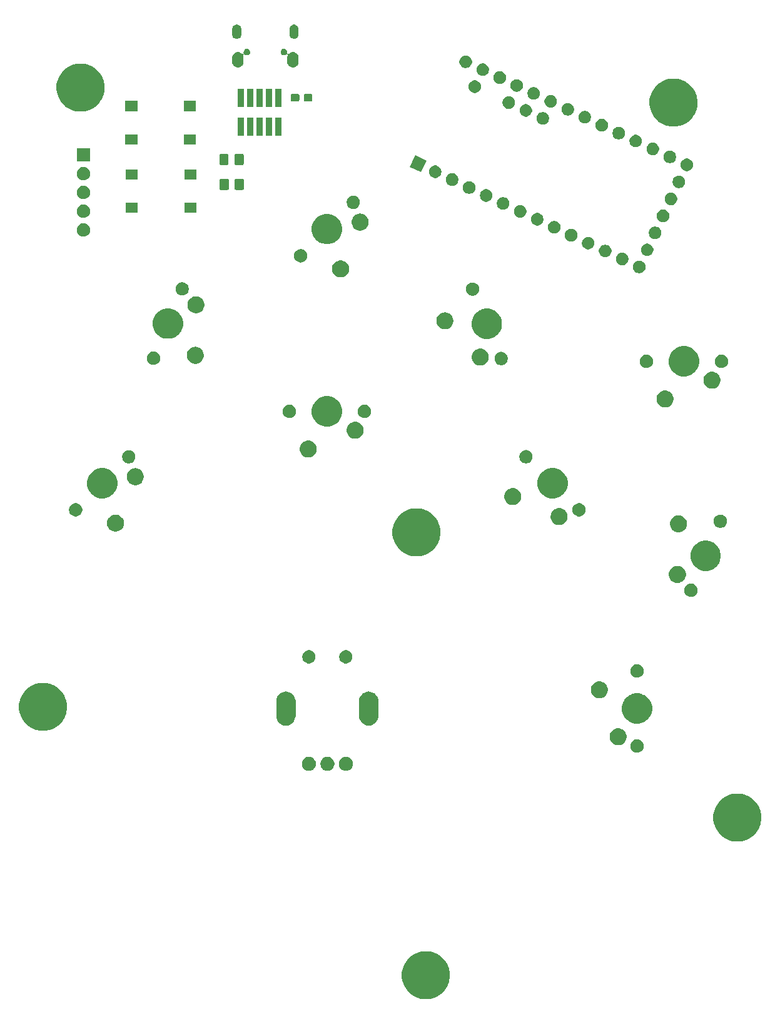
<source format=gbr>
G04 #@! TF.GenerationSoftware,KiCad,Pcbnew,(5.1.5)-3*
G04 #@! TF.CreationDate,2021-10-20T23:00:28+02:00*
G04 #@! TF.ProjectId,WFP_v2_0,5746505f-7632-45f3-902e-6b696361645f,v 0.2*
G04 #@! TF.SameCoordinates,Original*
G04 #@! TF.FileFunction,Soldermask,Top*
G04 #@! TF.FilePolarity,Negative*
%FSLAX46Y46*%
G04 Gerber Fmt 4.6, Leading zero omitted, Abs format (unit mm)*
G04 Created by KiCad (PCBNEW (5.1.5)-3) date 2021-10-20 23:00:28*
%MOMM*%
%LPD*%
G04 APERTURE LIST*
%ADD10C,0.100000*%
G04 APERTURE END LIST*
D10*
G36*
X101593239Y-163723467D02*
G01*
X101907282Y-163785934D01*
X102498926Y-164031001D01*
X103031392Y-164386784D01*
X103484216Y-164839608D01*
X103839999Y-165372074D01*
X104085066Y-165963718D01*
X104085066Y-165963719D01*
X104210000Y-166591803D01*
X104210000Y-167232197D01*
X104147533Y-167546239D01*
X104085066Y-167860282D01*
X103839999Y-168451926D01*
X103484216Y-168984392D01*
X103031392Y-169437216D01*
X102498926Y-169792999D01*
X101907282Y-170038066D01*
X101593239Y-170100533D01*
X101279197Y-170163000D01*
X100638803Y-170163000D01*
X100324761Y-170100533D01*
X100010718Y-170038066D01*
X99419074Y-169792999D01*
X98886608Y-169437216D01*
X98433784Y-168984392D01*
X98078001Y-168451926D01*
X97832934Y-167860282D01*
X97770467Y-167546239D01*
X97708000Y-167232197D01*
X97708000Y-166591803D01*
X97832934Y-165963719D01*
X97832934Y-165963718D01*
X98078001Y-165372074D01*
X98433784Y-164839608D01*
X98886608Y-164386784D01*
X99419074Y-164031001D01*
X100010718Y-163785934D01*
X100324761Y-163723467D01*
X100638803Y-163661000D01*
X101279197Y-163661000D01*
X101593239Y-163723467D01*
G37*
G36*
X143754239Y-142387467D02*
G01*
X144068282Y-142449934D01*
X144659926Y-142695001D01*
X145192392Y-143050784D01*
X145645216Y-143503608D01*
X146000999Y-144036074D01*
X146246066Y-144627718D01*
X146246066Y-144627719D01*
X146371000Y-145255803D01*
X146371000Y-145896197D01*
X146308533Y-146210239D01*
X146246066Y-146524282D01*
X146000999Y-147115926D01*
X145645216Y-147648392D01*
X145192392Y-148101216D01*
X144659926Y-148456999D01*
X144068282Y-148702066D01*
X143754239Y-148764533D01*
X143440197Y-148827000D01*
X142799803Y-148827000D01*
X142485761Y-148764533D01*
X142171718Y-148702066D01*
X141580074Y-148456999D01*
X141047608Y-148101216D01*
X140594784Y-147648392D01*
X140239001Y-147115926D01*
X139993934Y-146524282D01*
X139931467Y-146210239D01*
X139869000Y-145896197D01*
X139869000Y-145255803D01*
X139993934Y-144627719D01*
X139993934Y-144627718D01*
X140239001Y-144036074D01*
X140594784Y-143503608D01*
X141047608Y-143050784D01*
X141580074Y-142695001D01*
X142171718Y-142449934D01*
X142485761Y-142387467D01*
X142799803Y-142325000D01*
X143440197Y-142325000D01*
X143754239Y-142387467D01*
G37*
G36*
X87907395Y-137395546D02*
G01*
X88080466Y-137467234D01*
X88080467Y-137467235D01*
X88236227Y-137571310D01*
X88368690Y-137703773D01*
X88368691Y-137703775D01*
X88472766Y-137859534D01*
X88544454Y-138032605D01*
X88581000Y-138216333D01*
X88581000Y-138403667D01*
X88544454Y-138587395D01*
X88472766Y-138760466D01*
X88472765Y-138760467D01*
X88368690Y-138916227D01*
X88236227Y-139048690D01*
X88157818Y-139101081D01*
X88080466Y-139152766D01*
X87907395Y-139224454D01*
X87723667Y-139261000D01*
X87536333Y-139261000D01*
X87352605Y-139224454D01*
X87179534Y-139152766D01*
X87102182Y-139101081D01*
X87023773Y-139048690D01*
X86891310Y-138916227D01*
X86787235Y-138760467D01*
X86787234Y-138760466D01*
X86715546Y-138587395D01*
X86679000Y-138403667D01*
X86679000Y-138216333D01*
X86715546Y-138032605D01*
X86787234Y-137859534D01*
X86891309Y-137703775D01*
X86891310Y-137703773D01*
X87023773Y-137571310D01*
X87179533Y-137467235D01*
X87179534Y-137467234D01*
X87352605Y-137395546D01*
X87536333Y-137359000D01*
X87723667Y-137359000D01*
X87907395Y-137395546D01*
G37*
G36*
X90407395Y-137395546D02*
G01*
X90580466Y-137467234D01*
X90580467Y-137467235D01*
X90736227Y-137571310D01*
X90868690Y-137703773D01*
X90868691Y-137703775D01*
X90972766Y-137859534D01*
X91044454Y-138032605D01*
X91081000Y-138216333D01*
X91081000Y-138403667D01*
X91044454Y-138587395D01*
X90972766Y-138760466D01*
X90972765Y-138760467D01*
X90868690Y-138916227D01*
X90736227Y-139048690D01*
X90657818Y-139101081D01*
X90580466Y-139152766D01*
X90407395Y-139224454D01*
X90223667Y-139261000D01*
X90036333Y-139261000D01*
X89852605Y-139224454D01*
X89679534Y-139152766D01*
X89602182Y-139101081D01*
X89523773Y-139048690D01*
X89391310Y-138916227D01*
X89287235Y-138760467D01*
X89287234Y-138760466D01*
X89215546Y-138587395D01*
X89179000Y-138403667D01*
X89179000Y-138216333D01*
X89215546Y-138032605D01*
X89287234Y-137859534D01*
X89391309Y-137703775D01*
X89391310Y-137703773D01*
X89523773Y-137571310D01*
X89679533Y-137467235D01*
X89679534Y-137467234D01*
X89852605Y-137395546D01*
X90036333Y-137359000D01*
X90223667Y-137359000D01*
X90407395Y-137395546D01*
G37*
G36*
X85407395Y-137395546D02*
G01*
X85580466Y-137467234D01*
X85580467Y-137467235D01*
X85736227Y-137571310D01*
X85868690Y-137703773D01*
X85868691Y-137703775D01*
X85972766Y-137859534D01*
X86044454Y-138032605D01*
X86081000Y-138216333D01*
X86081000Y-138403667D01*
X86044454Y-138587395D01*
X85972766Y-138760466D01*
X85972765Y-138760467D01*
X85868690Y-138916227D01*
X85736227Y-139048690D01*
X85657818Y-139101081D01*
X85580466Y-139152766D01*
X85407395Y-139224454D01*
X85223667Y-139261000D01*
X85036333Y-139261000D01*
X84852605Y-139224454D01*
X84679534Y-139152766D01*
X84602182Y-139101081D01*
X84523773Y-139048690D01*
X84391310Y-138916227D01*
X84287235Y-138760467D01*
X84287234Y-138760466D01*
X84215546Y-138587395D01*
X84179000Y-138403667D01*
X84179000Y-138216333D01*
X84215546Y-138032605D01*
X84287234Y-137859534D01*
X84391309Y-137703775D01*
X84391310Y-137703773D01*
X84523773Y-137571310D01*
X84679533Y-137467235D01*
X84679534Y-137467234D01*
X84852605Y-137395546D01*
X85036333Y-137359000D01*
X85223667Y-137359000D01*
X85407395Y-137395546D01*
G37*
G36*
X129653512Y-134993927D02*
G01*
X129802812Y-135023624D01*
X129966784Y-135091544D01*
X130114354Y-135190147D01*
X130239853Y-135315646D01*
X130338456Y-135463216D01*
X130406376Y-135627188D01*
X130441000Y-135801259D01*
X130441000Y-135978741D01*
X130406376Y-136152812D01*
X130338456Y-136316784D01*
X130239853Y-136464354D01*
X130114354Y-136589853D01*
X129966784Y-136688456D01*
X129802812Y-136756376D01*
X129653512Y-136786073D01*
X129628742Y-136791000D01*
X129451258Y-136791000D01*
X129426488Y-136786073D01*
X129277188Y-136756376D01*
X129113216Y-136688456D01*
X128965646Y-136589853D01*
X128840147Y-136464354D01*
X128741544Y-136316784D01*
X128673624Y-136152812D01*
X128639000Y-135978741D01*
X128639000Y-135801259D01*
X128673624Y-135627188D01*
X128741544Y-135463216D01*
X128840147Y-135315646D01*
X128965646Y-135190147D01*
X129113216Y-135091544D01*
X129277188Y-135023624D01*
X129426488Y-134993927D01*
X129451258Y-134989000D01*
X129628742Y-134989000D01*
X129653512Y-134993927D01*
G37*
G36*
X127224549Y-133491116D02*
G01*
X127335734Y-133513232D01*
X127545203Y-133599997D01*
X127733720Y-133725960D01*
X127894040Y-133886280D01*
X128020003Y-134074797D01*
X128106768Y-134284266D01*
X128151000Y-134506636D01*
X128151000Y-134733364D01*
X128106768Y-134955734D01*
X128020003Y-135165203D01*
X127894040Y-135353720D01*
X127733720Y-135514040D01*
X127545203Y-135640003D01*
X127335734Y-135726768D01*
X127224549Y-135748884D01*
X127113365Y-135771000D01*
X126886635Y-135771000D01*
X126775451Y-135748884D01*
X126664266Y-135726768D01*
X126454797Y-135640003D01*
X126266280Y-135514040D01*
X126105960Y-135353720D01*
X125979997Y-135165203D01*
X125893232Y-134955734D01*
X125849000Y-134733364D01*
X125849000Y-134506636D01*
X125893232Y-134284266D01*
X125979997Y-134074797D01*
X126105960Y-133886280D01*
X126266280Y-133725960D01*
X126454797Y-133599997D01*
X126664266Y-133513232D01*
X126775451Y-133491116D01*
X126886635Y-133469000D01*
X127113365Y-133469000D01*
X127224549Y-133491116D01*
G37*
G36*
X49646007Y-127375960D02*
G01*
X50088282Y-127463934D01*
X50679926Y-127709001D01*
X51212392Y-128064784D01*
X51665216Y-128517608D01*
X52020999Y-129050074D01*
X52230130Y-129554961D01*
X52266066Y-129641719D01*
X52391000Y-130269803D01*
X52391000Y-130910197D01*
X52328533Y-131224239D01*
X52266066Y-131538282D01*
X52020999Y-132129926D01*
X51773265Y-132500685D01*
X51665217Y-132662391D01*
X51212391Y-133115217D01*
X51202910Y-133121552D01*
X50679926Y-133470999D01*
X50088282Y-133716066D01*
X50038541Y-133725960D01*
X49460197Y-133841000D01*
X48819803Y-133841000D01*
X48241459Y-133725960D01*
X48191718Y-133716066D01*
X47600074Y-133470999D01*
X47077090Y-133121552D01*
X47067609Y-133115217D01*
X46614783Y-132662391D01*
X46506735Y-132500685D01*
X46259001Y-132129926D01*
X46013934Y-131538282D01*
X45951467Y-131224239D01*
X45889000Y-130910197D01*
X45889000Y-130269803D01*
X46013934Y-129641719D01*
X46049870Y-129554961D01*
X46259001Y-129050074D01*
X46614784Y-128517608D01*
X47067608Y-128064784D01*
X47600074Y-127709001D01*
X48191718Y-127463934D01*
X48633993Y-127375960D01*
X48819803Y-127339000D01*
X49460197Y-127339000D01*
X49646007Y-127375960D01*
G37*
G36*
X93485039Y-128527825D02*
G01*
X93730279Y-128602218D01*
X93956293Y-128723025D01*
X94096170Y-128837819D01*
X94154396Y-128885604D01*
X94316976Y-129083707D01*
X94427243Y-129290003D01*
X94437782Y-129309720D01*
X94512175Y-129554960D01*
X94531000Y-129746095D01*
X94531000Y-131873905D01*
X94512175Y-132065040D01*
X94437782Y-132310280D01*
X94316975Y-132536294D01*
X94314754Y-132539000D01*
X94154397Y-132734397D01*
X94007899Y-132854624D01*
X93956294Y-132896975D01*
X93730280Y-133017782D01*
X93485040Y-133092175D01*
X93230000Y-133117294D01*
X92974961Y-133092175D01*
X92729721Y-133017782D01*
X92503707Y-132896975D01*
X92452102Y-132854624D01*
X92305604Y-132734397D01*
X92145247Y-132539000D01*
X92143026Y-132536294D01*
X92022219Y-132310280D01*
X91947826Y-132065040D01*
X91929001Y-131873905D01*
X91929000Y-129746096D01*
X91947825Y-129554961D01*
X92022218Y-129309721D01*
X92143025Y-129083707D01*
X92305604Y-128885604D01*
X92456956Y-128761392D01*
X92503707Y-128723024D01*
X92729718Y-128602219D01*
X92729720Y-128602218D01*
X92974960Y-128527825D01*
X93230000Y-128502706D01*
X93485039Y-128527825D01*
G37*
G36*
X82285039Y-128527825D02*
G01*
X82530279Y-128602218D01*
X82756293Y-128723025D01*
X82896170Y-128837819D01*
X82954396Y-128885604D01*
X83116976Y-129083707D01*
X83227243Y-129290003D01*
X83237782Y-129309720D01*
X83312175Y-129554960D01*
X83331000Y-129746095D01*
X83331000Y-131873905D01*
X83312175Y-132065040D01*
X83237782Y-132310280D01*
X83116975Y-132536294D01*
X83114754Y-132539000D01*
X82954397Y-132734397D01*
X82807899Y-132854624D01*
X82756294Y-132896975D01*
X82530280Y-133017782D01*
X82285040Y-133092175D01*
X82030000Y-133117294D01*
X81774961Y-133092175D01*
X81529721Y-133017782D01*
X81303707Y-132896975D01*
X81252102Y-132854624D01*
X81105604Y-132734397D01*
X80945247Y-132539000D01*
X80943026Y-132536294D01*
X80822219Y-132310280D01*
X80747826Y-132065040D01*
X80729001Y-131873905D01*
X80729000Y-129746096D01*
X80747825Y-129554961D01*
X80822218Y-129309721D01*
X80943025Y-129083707D01*
X81105604Y-128885604D01*
X81256956Y-128761392D01*
X81303707Y-128723024D01*
X81529718Y-128602219D01*
X81529720Y-128602218D01*
X81774960Y-128527825D01*
X82030000Y-128502706D01*
X82285039Y-128527825D01*
G37*
G36*
X130138254Y-128837818D02*
G01*
X130378579Y-128937364D01*
X130511513Y-128992427D01*
X130847436Y-129216884D01*
X131133116Y-129502564D01*
X131295839Y-129746095D01*
X131357574Y-129838489D01*
X131512182Y-130211746D01*
X131591000Y-130607993D01*
X131591000Y-131012007D01*
X131512182Y-131408254D01*
X131357574Y-131781511D01*
X131357573Y-131781513D01*
X131133116Y-132117436D01*
X130847436Y-132403116D01*
X130511513Y-132627573D01*
X130511512Y-132627574D01*
X130511511Y-132627574D01*
X130138254Y-132782182D01*
X129742007Y-132861000D01*
X129337993Y-132861000D01*
X128941746Y-132782182D01*
X128568489Y-132627574D01*
X128568488Y-132627574D01*
X128568487Y-132627573D01*
X128232564Y-132403116D01*
X127946884Y-132117436D01*
X127722427Y-131781513D01*
X127722426Y-131781511D01*
X127567818Y-131408254D01*
X127489000Y-131012007D01*
X127489000Y-130607993D01*
X127567818Y-130211746D01*
X127722426Y-129838489D01*
X127784162Y-129746095D01*
X127946884Y-129502564D01*
X128232564Y-129216884D01*
X128568487Y-128992427D01*
X128701421Y-128937364D01*
X128941746Y-128837818D01*
X129337993Y-128759000D01*
X129742007Y-128759000D01*
X130138254Y-128837818D01*
G37*
G36*
X124684549Y-127141116D02*
G01*
X124795734Y-127163232D01*
X125005203Y-127249997D01*
X125193720Y-127375960D01*
X125354040Y-127536280D01*
X125480003Y-127724797D01*
X125566768Y-127934266D01*
X125611000Y-128156636D01*
X125611000Y-128383364D01*
X125566768Y-128605734D01*
X125480003Y-128815203D01*
X125354040Y-129003720D01*
X125193720Y-129164040D01*
X125005203Y-129290003D01*
X125005202Y-129290004D01*
X125005201Y-129290004D01*
X124957602Y-129309720D01*
X124795734Y-129376768D01*
X124684549Y-129398884D01*
X124573365Y-129421000D01*
X124346635Y-129421000D01*
X124235451Y-129398884D01*
X124124266Y-129376768D01*
X123962398Y-129309720D01*
X123914799Y-129290004D01*
X123914798Y-129290004D01*
X123914797Y-129290003D01*
X123726280Y-129164040D01*
X123565960Y-129003720D01*
X123439997Y-128815203D01*
X123353232Y-128605734D01*
X123309000Y-128383364D01*
X123309000Y-128156636D01*
X123353232Y-127934266D01*
X123439997Y-127724797D01*
X123565960Y-127536280D01*
X123726280Y-127375960D01*
X123914797Y-127249997D01*
X124124266Y-127163232D01*
X124235451Y-127141116D01*
X124346635Y-127119000D01*
X124573365Y-127119000D01*
X124684549Y-127141116D01*
G37*
G36*
X129653512Y-124833927D02*
G01*
X129802812Y-124863624D01*
X129966784Y-124931544D01*
X130114354Y-125030147D01*
X130239853Y-125155646D01*
X130338456Y-125303216D01*
X130406376Y-125467188D01*
X130441000Y-125641259D01*
X130441000Y-125818741D01*
X130406376Y-125992812D01*
X130338456Y-126156784D01*
X130239853Y-126304354D01*
X130114354Y-126429853D01*
X129966784Y-126528456D01*
X129802812Y-126596376D01*
X129653512Y-126626073D01*
X129628742Y-126631000D01*
X129451258Y-126631000D01*
X129426488Y-126626073D01*
X129277188Y-126596376D01*
X129113216Y-126528456D01*
X128965646Y-126429853D01*
X128840147Y-126304354D01*
X128741544Y-126156784D01*
X128673624Y-125992812D01*
X128639000Y-125818741D01*
X128639000Y-125641259D01*
X128673624Y-125467188D01*
X128741544Y-125303216D01*
X128840147Y-125155646D01*
X128965646Y-125030147D01*
X129113216Y-124931544D01*
X129277188Y-124863624D01*
X129426488Y-124833927D01*
X129451258Y-124829000D01*
X129628742Y-124829000D01*
X129653512Y-124833927D01*
G37*
G36*
X90243512Y-122913927D02*
G01*
X90392812Y-122943624D01*
X90556784Y-123011544D01*
X90704354Y-123110147D01*
X90829853Y-123235646D01*
X90928456Y-123383216D01*
X90996376Y-123547188D01*
X91031000Y-123721259D01*
X91031000Y-123898741D01*
X90996376Y-124072812D01*
X90928456Y-124236784D01*
X90829853Y-124384354D01*
X90704354Y-124509853D01*
X90556784Y-124608456D01*
X90392812Y-124676376D01*
X90243512Y-124706073D01*
X90218742Y-124711000D01*
X90041258Y-124711000D01*
X90016488Y-124706073D01*
X89867188Y-124676376D01*
X89703216Y-124608456D01*
X89555646Y-124509853D01*
X89430147Y-124384354D01*
X89331544Y-124236784D01*
X89263624Y-124072812D01*
X89229000Y-123898741D01*
X89229000Y-123721259D01*
X89263624Y-123547188D01*
X89331544Y-123383216D01*
X89430147Y-123235646D01*
X89555646Y-123110147D01*
X89703216Y-123011544D01*
X89867188Y-122943624D01*
X90016488Y-122913927D01*
X90041258Y-122909000D01*
X90218742Y-122909000D01*
X90243512Y-122913927D01*
G37*
G36*
X85243512Y-122913927D02*
G01*
X85392812Y-122943624D01*
X85556784Y-123011544D01*
X85704354Y-123110147D01*
X85829853Y-123235646D01*
X85928456Y-123383216D01*
X85996376Y-123547188D01*
X86031000Y-123721259D01*
X86031000Y-123898741D01*
X85996376Y-124072812D01*
X85928456Y-124236784D01*
X85829853Y-124384354D01*
X85704354Y-124509853D01*
X85556784Y-124608456D01*
X85392812Y-124676376D01*
X85243512Y-124706073D01*
X85218742Y-124711000D01*
X85041258Y-124711000D01*
X85016488Y-124706073D01*
X84867188Y-124676376D01*
X84703216Y-124608456D01*
X84555646Y-124509853D01*
X84430147Y-124384354D01*
X84331544Y-124236784D01*
X84263624Y-124072812D01*
X84229000Y-123898741D01*
X84229000Y-123721259D01*
X84263624Y-123547188D01*
X84331544Y-123383216D01*
X84430147Y-123235646D01*
X84555646Y-123110147D01*
X84703216Y-123011544D01*
X84867188Y-122943624D01*
X85016488Y-122913927D01*
X85041258Y-122909000D01*
X85218742Y-122909000D01*
X85243512Y-122913927D01*
G37*
G36*
X136965705Y-113919488D02*
G01*
X137115005Y-113949185D01*
X137278977Y-114017105D01*
X137426547Y-114115708D01*
X137552046Y-114241207D01*
X137650649Y-114388777D01*
X137718569Y-114552749D01*
X137753193Y-114726820D01*
X137753193Y-114904302D01*
X137718569Y-115078373D01*
X137650649Y-115242345D01*
X137552046Y-115389915D01*
X137426547Y-115515414D01*
X137278977Y-115614017D01*
X137115005Y-115681937D01*
X136965705Y-115711634D01*
X136940935Y-115716561D01*
X136763451Y-115716561D01*
X136738681Y-115711634D01*
X136589381Y-115681937D01*
X136425409Y-115614017D01*
X136277839Y-115515414D01*
X136152340Y-115389915D01*
X136053737Y-115242345D01*
X135985817Y-115078373D01*
X135951193Y-114904302D01*
X135951193Y-114726820D01*
X135985817Y-114552749D01*
X136053737Y-114388777D01*
X136152340Y-114241207D01*
X136277839Y-114115708D01*
X136425409Y-114017105D01*
X136589381Y-113949185D01*
X136738681Y-113919488D01*
X136763451Y-113914561D01*
X136940935Y-113914561D01*
X136965705Y-113919488D01*
G37*
G36*
X135234889Y-111525179D02*
G01*
X135346074Y-111547295D01*
X135555543Y-111634060D01*
X135744060Y-111760023D01*
X135904380Y-111920343D01*
X135928853Y-111956970D01*
X136030344Y-112108862D01*
X136031469Y-112111578D01*
X136117108Y-112318329D01*
X136161340Y-112540699D01*
X136161340Y-112767427D01*
X136117108Y-112989797D01*
X136030343Y-113199266D01*
X135904380Y-113387783D01*
X135744060Y-113548103D01*
X135555543Y-113674066D01*
X135346074Y-113760831D01*
X135234889Y-113782947D01*
X135123705Y-113805063D01*
X134896975Y-113805063D01*
X134785791Y-113782947D01*
X134674606Y-113760831D01*
X134465137Y-113674066D01*
X134276620Y-113548103D01*
X134116300Y-113387783D01*
X133990337Y-113199266D01*
X133903572Y-112989797D01*
X133859340Y-112767427D01*
X133859340Y-112540699D01*
X133903572Y-112318329D01*
X133989211Y-112111578D01*
X133990336Y-112108862D01*
X134091827Y-111956970D01*
X134116300Y-111920343D01*
X134276620Y-111760023D01*
X134465137Y-111634060D01*
X134674606Y-111547295D01*
X134785791Y-111525179D01*
X134896975Y-111503063D01*
X135123705Y-111503063D01*
X135234889Y-111525179D01*
G37*
G36*
X139435362Y-108167214D02*
G01*
X139791526Y-108314742D01*
X139808621Y-108321823D01*
X140144544Y-108546280D01*
X140430224Y-108831960D01*
X140645653Y-109154371D01*
X140654682Y-109167885D01*
X140809290Y-109541142D01*
X140888108Y-109937389D01*
X140888108Y-110341403D01*
X140809290Y-110737650D01*
X140654682Y-111110907D01*
X140654681Y-111110909D01*
X140430224Y-111446832D01*
X140144544Y-111732512D01*
X139808621Y-111956969D01*
X139808620Y-111956970D01*
X139808619Y-111956970D01*
X139435362Y-112111578D01*
X139039115Y-112190396D01*
X138635101Y-112190396D01*
X138238854Y-112111578D01*
X137865597Y-111956970D01*
X137865596Y-111956970D01*
X137865595Y-111956969D01*
X137529672Y-111732512D01*
X137243992Y-111446832D01*
X137019535Y-111110909D01*
X137019534Y-111110907D01*
X136864926Y-110737650D01*
X136786108Y-110341403D01*
X136786108Y-109937389D01*
X136864926Y-109541142D01*
X137019534Y-109167885D01*
X137028564Y-109154371D01*
X137243992Y-108831960D01*
X137529672Y-108546280D01*
X137865595Y-108321823D01*
X137882690Y-108314742D01*
X138238854Y-108167214D01*
X138635101Y-108088396D01*
X139039115Y-108088396D01*
X139435362Y-108167214D01*
G37*
G36*
X100320239Y-103779467D02*
G01*
X100634282Y-103841934D01*
X101225926Y-104087001D01*
X101758392Y-104442784D01*
X102211216Y-104895608D01*
X102566999Y-105428074D01*
X102774806Y-105929765D01*
X102812066Y-106019719D01*
X102937000Y-106647803D01*
X102937000Y-107288197D01*
X102874533Y-107602239D01*
X102812066Y-107916282D01*
X102566999Y-108507926D01*
X102211216Y-109040392D01*
X101758392Y-109493216D01*
X101225926Y-109848999D01*
X100634282Y-110094066D01*
X100320239Y-110156533D01*
X100006197Y-110219000D01*
X99365803Y-110219000D01*
X99051761Y-110156533D01*
X98737718Y-110094066D01*
X98146074Y-109848999D01*
X97613608Y-109493216D01*
X97160784Y-109040392D01*
X96805001Y-108507926D01*
X96559934Y-107916282D01*
X96497467Y-107602239D01*
X96435000Y-107288197D01*
X96435000Y-106647803D01*
X96559934Y-106019719D01*
X96597194Y-105929765D01*
X96805001Y-105428074D01*
X97160784Y-104895608D01*
X97613608Y-104442784D01*
X98146074Y-104087001D01*
X98737718Y-103841934D01*
X99051761Y-103779467D01*
X99365803Y-103717000D01*
X100006197Y-103717000D01*
X100320239Y-103779467D01*
G37*
G36*
X135377949Y-104687516D02*
G01*
X135489134Y-104709632D01*
X135618893Y-104763380D01*
X135683942Y-104790324D01*
X135698603Y-104796397D01*
X135887120Y-104922360D01*
X136047440Y-105082680D01*
X136173403Y-105271197D01*
X136260168Y-105480666D01*
X136304400Y-105703036D01*
X136304400Y-105929764D01*
X136260168Y-106152134D01*
X136173403Y-106361603D01*
X136047440Y-106550120D01*
X135887120Y-106710440D01*
X135698603Y-106836403D01*
X135698602Y-106836404D01*
X135698601Y-106836404D01*
X135637250Y-106861816D01*
X135489134Y-106923168D01*
X135377949Y-106945284D01*
X135266765Y-106967400D01*
X135040035Y-106967400D01*
X134928851Y-106945284D01*
X134817666Y-106923168D01*
X134669550Y-106861816D01*
X134608199Y-106836404D01*
X134608198Y-106836404D01*
X134608197Y-106836403D01*
X134419680Y-106710440D01*
X134259360Y-106550120D01*
X134133397Y-106361603D01*
X134046632Y-106152134D01*
X134002400Y-105929764D01*
X134002400Y-105703036D01*
X134046632Y-105480666D01*
X134133397Y-105271197D01*
X134259360Y-105082680D01*
X134419680Y-104922360D01*
X134608197Y-104796397D01*
X134622859Y-104790324D01*
X134687907Y-104763380D01*
X134817666Y-104709632D01*
X134928851Y-104687516D01*
X135040035Y-104665400D01*
X135266765Y-104665400D01*
X135377949Y-104687516D01*
G37*
G36*
X59174549Y-104591116D02*
G01*
X59285734Y-104613232D01*
X59495203Y-104699997D01*
X59683720Y-104825960D01*
X59844040Y-104986280D01*
X59891504Y-105057315D01*
X59970004Y-105174799D01*
X59980617Y-105200421D01*
X60052719Y-105374490D01*
X60056768Y-105384267D01*
X60101000Y-105606635D01*
X60101000Y-105833365D01*
X60089732Y-105890014D01*
X60056768Y-106055734D01*
X59970003Y-106265203D01*
X59844040Y-106453720D01*
X59683720Y-106614040D01*
X59495203Y-106740003D01*
X59285734Y-106826768D01*
X59237295Y-106836403D01*
X59063365Y-106871000D01*
X58836635Y-106871000D01*
X58662705Y-106836403D01*
X58614266Y-106826768D01*
X58404797Y-106740003D01*
X58216280Y-106614040D01*
X58055960Y-106453720D01*
X57929997Y-106265203D01*
X57843232Y-106055734D01*
X57810268Y-105890014D01*
X57799000Y-105833365D01*
X57799000Y-105606635D01*
X57843232Y-105384267D01*
X57847282Y-105374490D01*
X57919383Y-105200421D01*
X57929996Y-105174799D01*
X58008496Y-105057315D01*
X58055960Y-104986280D01*
X58216280Y-104825960D01*
X58404797Y-104699997D01*
X58614266Y-104613232D01*
X58725451Y-104591116D01*
X58836635Y-104569000D01*
X59063365Y-104569000D01*
X59174549Y-104591116D01*
G37*
G36*
X140935534Y-104567159D02*
G01*
X141084834Y-104596856D01*
X141248806Y-104664776D01*
X141396376Y-104763379D01*
X141521875Y-104888878D01*
X141620478Y-105036448D01*
X141688398Y-105200420D01*
X141723022Y-105374491D01*
X141723022Y-105551973D01*
X141688398Y-105726044D01*
X141620478Y-105890016D01*
X141521875Y-106037586D01*
X141396376Y-106163085D01*
X141248806Y-106261688D01*
X141084834Y-106329608D01*
X140935534Y-106359305D01*
X140910764Y-106364232D01*
X140733280Y-106364232D01*
X140708510Y-106359305D01*
X140559210Y-106329608D01*
X140395238Y-106261688D01*
X140247668Y-106163085D01*
X140122169Y-106037586D01*
X140023566Y-105890016D01*
X139955646Y-105726044D01*
X139921022Y-105551973D01*
X139921022Y-105374491D01*
X139955646Y-105200420D01*
X140023566Y-105036448D01*
X140122169Y-104888878D01*
X140247668Y-104763379D01*
X140395238Y-104664776D01*
X140559210Y-104596856D01*
X140708510Y-104567159D01*
X140733280Y-104562232D01*
X140910764Y-104562232D01*
X140935534Y-104567159D01*
G37*
G36*
X119230728Y-103685193D02*
G01*
X119341913Y-103707309D01*
X119551382Y-103794074D01*
X119739899Y-103920037D01*
X119900219Y-104080357D01*
X120026182Y-104268874D01*
X120112947Y-104478343D01*
X120130980Y-104569000D01*
X120157037Y-104699996D01*
X120157179Y-104700713D01*
X120157179Y-104927441D01*
X120112947Y-105149811D01*
X120026182Y-105359280D01*
X119900219Y-105547797D01*
X119739899Y-105708117D01*
X119551382Y-105834080D01*
X119341913Y-105920845D01*
X119230728Y-105942961D01*
X119119544Y-105965077D01*
X118892814Y-105965077D01*
X118781630Y-105942961D01*
X118670445Y-105920845D01*
X118460976Y-105834080D01*
X118272459Y-105708117D01*
X118112139Y-105547797D01*
X117986176Y-105359280D01*
X117899411Y-105149811D01*
X117855179Y-104927441D01*
X117855179Y-104700713D01*
X117855322Y-104699996D01*
X117881378Y-104569000D01*
X117899411Y-104478343D01*
X117986176Y-104268874D01*
X118112139Y-104080357D01*
X118272459Y-103920037D01*
X118460976Y-103794074D01*
X118670445Y-103707309D01*
X118781630Y-103685193D01*
X118892814Y-103663077D01*
X119119544Y-103663077D01*
X119230728Y-103685193D01*
G37*
G36*
X53675358Y-103027876D02*
G01*
X53824658Y-103057573D01*
X53988630Y-103125493D01*
X54136200Y-103224096D01*
X54261699Y-103349595D01*
X54360302Y-103497165D01*
X54428222Y-103661137D01*
X54462846Y-103835208D01*
X54462846Y-104012690D01*
X54428222Y-104186761D01*
X54360302Y-104350733D01*
X54261699Y-104498303D01*
X54136200Y-104623802D01*
X53988630Y-104722405D01*
X53824658Y-104790325D01*
X53675749Y-104819944D01*
X53650588Y-104824949D01*
X53473104Y-104824949D01*
X53447943Y-104819944D01*
X53299034Y-104790325D01*
X53135062Y-104722405D01*
X52987492Y-104623802D01*
X52861993Y-104498303D01*
X52763390Y-104350733D01*
X52695470Y-104186761D01*
X52660846Y-104012690D01*
X52660846Y-103835208D01*
X52695470Y-103661137D01*
X52763390Y-103497165D01*
X52861993Y-103349595D01*
X52987492Y-103224096D01*
X53135062Y-103125493D01*
X53299034Y-103057573D01*
X53448334Y-103027876D01*
X53473104Y-103022949D01*
X53650588Y-103022949D01*
X53675358Y-103027876D01*
G37*
G36*
X121813768Y-103019978D02*
G01*
X121963068Y-103049675D01*
X122127040Y-103117595D01*
X122274610Y-103216198D01*
X122400109Y-103341697D01*
X122498712Y-103489267D01*
X122566632Y-103653239D01*
X122601256Y-103827310D01*
X122601256Y-104004792D01*
X122566632Y-104178863D01*
X122498712Y-104342835D01*
X122400109Y-104490405D01*
X122274610Y-104615904D01*
X122127040Y-104714507D01*
X121963068Y-104782427D01*
X121813768Y-104812124D01*
X121788998Y-104817051D01*
X121611514Y-104817051D01*
X121586744Y-104812124D01*
X121437444Y-104782427D01*
X121273472Y-104714507D01*
X121125902Y-104615904D01*
X121000403Y-104490405D01*
X120901800Y-104342835D01*
X120833880Y-104178863D01*
X120799256Y-104004792D01*
X120799256Y-103827310D01*
X120833880Y-103653239D01*
X120901800Y-103489267D01*
X121000403Y-103341697D01*
X121125902Y-103216198D01*
X121273472Y-103117595D01*
X121437444Y-103049675D01*
X121586744Y-103019978D01*
X121611514Y-103015051D01*
X121788998Y-103015051D01*
X121813768Y-103019978D01*
G37*
G36*
X112944549Y-100991116D02*
G01*
X113055734Y-101013232D01*
X113265203Y-101099997D01*
X113453720Y-101225960D01*
X113614040Y-101386280D01*
X113740003Y-101574797D01*
X113826768Y-101784266D01*
X113871000Y-102006636D01*
X113871000Y-102233364D01*
X113826768Y-102455734D01*
X113740003Y-102665203D01*
X113614040Y-102853720D01*
X113453720Y-103014040D01*
X113265203Y-103140003D01*
X113055734Y-103226768D01*
X112944549Y-103248884D01*
X112833365Y-103271000D01*
X112606635Y-103271000D01*
X112495451Y-103248884D01*
X112384266Y-103226768D01*
X112174797Y-103140003D01*
X111986280Y-103014040D01*
X111825960Y-102853720D01*
X111699997Y-102665203D01*
X111613232Y-102455734D01*
X111569000Y-102233364D01*
X111569000Y-102006636D01*
X111613232Y-101784266D01*
X111699997Y-101574797D01*
X111825960Y-101386280D01*
X111986280Y-101225960D01*
X112174797Y-101099997D01*
X112384266Y-101013232D01*
X112495451Y-100991116D01*
X112606635Y-100969000D01*
X112833365Y-100969000D01*
X112944549Y-100991116D01*
G37*
G36*
X57752203Y-98359664D02*
G01*
X58106397Y-98506376D01*
X58125462Y-98514273D01*
X58461385Y-98738730D01*
X58747065Y-99024410D01*
X58966247Y-99352438D01*
X58971523Y-99360335D01*
X59126131Y-99733592D01*
X59204949Y-100129839D01*
X59204949Y-100533853D01*
X59126131Y-100930100D01*
X59055757Y-101099997D01*
X58971522Y-101303359D01*
X58747065Y-101639282D01*
X58461385Y-101924962D01*
X58125462Y-102149419D01*
X58125461Y-102149420D01*
X58125460Y-102149420D01*
X57752203Y-102304028D01*
X57355956Y-102382846D01*
X56951942Y-102382846D01*
X56555695Y-102304028D01*
X56182438Y-102149420D01*
X56182437Y-102149420D01*
X56182436Y-102149419D01*
X55846513Y-101924962D01*
X55560833Y-101639282D01*
X55336376Y-101303359D01*
X55252141Y-101099997D01*
X55181767Y-100930100D01*
X55102949Y-100533853D01*
X55102949Y-100129839D01*
X55181767Y-99733592D01*
X55336375Y-99360335D01*
X55341652Y-99352438D01*
X55560833Y-99024410D01*
X55846513Y-98738730D01*
X56182436Y-98514273D01*
X56201501Y-98506376D01*
X56555695Y-98359664D01*
X56951942Y-98280846D01*
X57355956Y-98280846D01*
X57752203Y-98359664D01*
G37*
G36*
X118706408Y-98351767D02*
G01*
X119079665Y-98506375D01*
X119079667Y-98506376D01*
X119415590Y-98730833D01*
X119701270Y-99016513D01*
X119904359Y-99320456D01*
X119925728Y-99352438D01*
X120080336Y-99725695D01*
X120159154Y-100121942D01*
X120159154Y-100525956D01*
X120080336Y-100922203D01*
X120006691Y-101099997D01*
X119925727Y-101295462D01*
X119701270Y-101631385D01*
X119415590Y-101917065D01*
X119079667Y-102141522D01*
X119079666Y-102141523D01*
X119079665Y-102141523D01*
X118706408Y-102296131D01*
X118310161Y-102374949D01*
X117906147Y-102374949D01*
X117509900Y-102296131D01*
X117136643Y-102141523D01*
X117136642Y-102141523D01*
X117136641Y-102141522D01*
X116800718Y-101917065D01*
X116515038Y-101631385D01*
X116290581Y-101295462D01*
X116209617Y-101099997D01*
X116135972Y-100922203D01*
X116057154Y-100525956D01*
X116057154Y-100121942D01*
X116135972Y-99725695D01*
X116290580Y-99352438D01*
X116311950Y-99320456D01*
X116515038Y-99016513D01*
X116800718Y-98730833D01*
X117136641Y-98506376D01*
X117136643Y-98506375D01*
X117509900Y-98351767D01*
X117906147Y-98272949D01*
X118310161Y-98272949D01*
X118706408Y-98351767D01*
G37*
G36*
X61868626Y-98304937D02*
G01*
X61979811Y-98327053D01*
X62189280Y-98413818D01*
X62377797Y-98539781D01*
X62538117Y-98700101D01*
X62664080Y-98888618D01*
X62750845Y-99098087D01*
X62795077Y-99320457D01*
X62795077Y-99547185D01*
X62750845Y-99769555D01*
X62664080Y-99979024D01*
X62538117Y-100167541D01*
X62377797Y-100327861D01*
X62189280Y-100453824D01*
X61979811Y-100540589D01*
X61868626Y-100562705D01*
X61757442Y-100584821D01*
X61530712Y-100584821D01*
X61419528Y-100562705D01*
X61308343Y-100540589D01*
X61098874Y-100453824D01*
X60910357Y-100327861D01*
X60750037Y-100167541D01*
X60624074Y-99979024D01*
X60537309Y-99769555D01*
X60493077Y-99547185D01*
X60493077Y-99320457D01*
X60537309Y-99098087D01*
X60624074Y-98888618D01*
X60750037Y-98700101D01*
X60910357Y-98539781D01*
X61098874Y-98413818D01*
X61308343Y-98327053D01*
X61419528Y-98304937D01*
X61530712Y-98282821D01*
X61757442Y-98282821D01*
X61868626Y-98304937D01*
G37*
G36*
X60859563Y-95843671D02*
G01*
X61008863Y-95873368D01*
X61172835Y-95941288D01*
X61320405Y-96039891D01*
X61445904Y-96165390D01*
X61544507Y-96312960D01*
X61612427Y-96476932D01*
X61647051Y-96651003D01*
X61647051Y-96828485D01*
X61612427Y-97002556D01*
X61544507Y-97166528D01*
X61445904Y-97314098D01*
X61320405Y-97439597D01*
X61172835Y-97538200D01*
X61008863Y-97606120D01*
X60859563Y-97635817D01*
X60834793Y-97640744D01*
X60657309Y-97640744D01*
X60632539Y-97635817D01*
X60483239Y-97606120D01*
X60319267Y-97538200D01*
X60171697Y-97439597D01*
X60046198Y-97314098D01*
X59947595Y-97166528D01*
X59879675Y-97002556D01*
X59845051Y-96828485D01*
X59845051Y-96651003D01*
X59879675Y-96476932D01*
X59947595Y-96312960D01*
X60046198Y-96165390D01*
X60171697Y-96039891D01*
X60319267Y-95941288D01*
X60483239Y-95873368D01*
X60632539Y-95843671D01*
X60657309Y-95838744D01*
X60834793Y-95838744D01*
X60859563Y-95843671D01*
G37*
G36*
X114629563Y-95835773D02*
G01*
X114778863Y-95865470D01*
X114942835Y-95933390D01*
X115090405Y-96031993D01*
X115215904Y-96157492D01*
X115314507Y-96305062D01*
X115382427Y-96469034D01*
X115417051Y-96643105D01*
X115417051Y-96820587D01*
X115382427Y-96994658D01*
X115314507Y-97158630D01*
X115215904Y-97306200D01*
X115090405Y-97431699D01*
X114942835Y-97530302D01*
X114778863Y-97598222D01*
X114629563Y-97627919D01*
X114604793Y-97632846D01*
X114427309Y-97632846D01*
X114402539Y-97627919D01*
X114253239Y-97598222D01*
X114089267Y-97530302D01*
X113941697Y-97431699D01*
X113816198Y-97306200D01*
X113717595Y-97158630D01*
X113649675Y-96994658D01*
X113615051Y-96820587D01*
X113615051Y-96643105D01*
X113649675Y-96469034D01*
X113717595Y-96305062D01*
X113816198Y-96157492D01*
X113941697Y-96031993D01*
X114089267Y-95933390D01*
X114253239Y-95865470D01*
X114402539Y-95835773D01*
X114427309Y-95830846D01*
X114604793Y-95830846D01*
X114629563Y-95835773D01*
G37*
G36*
X85263749Y-94552916D02*
G01*
X85374934Y-94575032D01*
X85584403Y-94661797D01*
X85772920Y-94787760D01*
X85933240Y-94948080D01*
X86059203Y-95136597D01*
X86059204Y-95136599D01*
X86145968Y-95346067D01*
X86190200Y-95568435D01*
X86190200Y-95795165D01*
X86176215Y-95865470D01*
X86145968Y-96017534D01*
X86059203Y-96227003D01*
X85933240Y-96415520D01*
X85772920Y-96575840D01*
X85584403Y-96701803D01*
X85374934Y-96788568D01*
X85263749Y-96810684D01*
X85152565Y-96832800D01*
X84925835Y-96832800D01*
X84814651Y-96810684D01*
X84703466Y-96788568D01*
X84493997Y-96701803D01*
X84305480Y-96575840D01*
X84145160Y-96415520D01*
X84019197Y-96227003D01*
X83932432Y-96017534D01*
X83902185Y-95865470D01*
X83888200Y-95795165D01*
X83888200Y-95568435D01*
X83932432Y-95346067D01*
X84019196Y-95136599D01*
X84019197Y-95136597D01*
X84145160Y-94948080D01*
X84305480Y-94787760D01*
X84493997Y-94661797D01*
X84703466Y-94575032D01*
X84814651Y-94552916D01*
X84925835Y-94530800D01*
X85152565Y-94530800D01*
X85263749Y-94552916D01*
G37*
G36*
X91613749Y-92012916D02*
G01*
X91724934Y-92035032D01*
X91934403Y-92121797D01*
X92122920Y-92247760D01*
X92283240Y-92408080D01*
X92409203Y-92596597D01*
X92495968Y-92806066D01*
X92540200Y-93028436D01*
X92540200Y-93255164D01*
X92495968Y-93477534D01*
X92409203Y-93687003D01*
X92283240Y-93875520D01*
X92122920Y-94035840D01*
X91934403Y-94161803D01*
X91724934Y-94248568D01*
X91613749Y-94270684D01*
X91502565Y-94292800D01*
X91275835Y-94292800D01*
X91164651Y-94270684D01*
X91053466Y-94248568D01*
X90843997Y-94161803D01*
X90655480Y-94035840D01*
X90495160Y-93875520D01*
X90369197Y-93687003D01*
X90282432Y-93477534D01*
X90238200Y-93255164D01*
X90238200Y-93028436D01*
X90282432Y-92806066D01*
X90369197Y-92596597D01*
X90495160Y-92408080D01*
X90655480Y-92247760D01*
X90843997Y-92121797D01*
X91053466Y-92035032D01*
X91164651Y-92012916D01*
X91275835Y-91990800D01*
X91502565Y-91990800D01*
X91613749Y-92012916D01*
G37*
G36*
X88177454Y-88629618D02*
G01*
X88550711Y-88784226D01*
X88550713Y-88784227D01*
X88886636Y-89008684D01*
X89172316Y-89294364D01*
X89273104Y-89445203D01*
X89396774Y-89630289D01*
X89551382Y-90003546D01*
X89630200Y-90399793D01*
X89630200Y-90803807D01*
X89551382Y-91200054D01*
X89396774Y-91573311D01*
X89396773Y-91573313D01*
X89172316Y-91909236D01*
X88886636Y-92194916D01*
X88550713Y-92419373D01*
X88550712Y-92419374D01*
X88550711Y-92419374D01*
X88177454Y-92573982D01*
X87781207Y-92652800D01*
X87377193Y-92652800D01*
X86980946Y-92573982D01*
X86607689Y-92419374D01*
X86607688Y-92419374D01*
X86607687Y-92419373D01*
X86271764Y-92194916D01*
X85986084Y-91909236D01*
X85761627Y-91573313D01*
X85761626Y-91573311D01*
X85607018Y-91200054D01*
X85528200Y-90803807D01*
X85528200Y-90399793D01*
X85607018Y-90003546D01*
X85761626Y-89630289D01*
X85885297Y-89445203D01*
X85986084Y-89294364D01*
X86271764Y-89008684D01*
X86607687Y-88784227D01*
X86607689Y-88784226D01*
X86980946Y-88629618D01*
X87377193Y-88550800D01*
X87781207Y-88550800D01*
X88177454Y-88629618D01*
G37*
G36*
X92772712Y-89705727D02*
G01*
X92922012Y-89735424D01*
X93085984Y-89803344D01*
X93233554Y-89901947D01*
X93359053Y-90027446D01*
X93457656Y-90175016D01*
X93525576Y-90338988D01*
X93560200Y-90513059D01*
X93560200Y-90690541D01*
X93525576Y-90864612D01*
X93457656Y-91028584D01*
X93359053Y-91176154D01*
X93233554Y-91301653D01*
X93085984Y-91400256D01*
X92922012Y-91468176D01*
X92772712Y-91497873D01*
X92747942Y-91502800D01*
X92570458Y-91502800D01*
X92545688Y-91497873D01*
X92396388Y-91468176D01*
X92232416Y-91400256D01*
X92084846Y-91301653D01*
X91959347Y-91176154D01*
X91860744Y-91028584D01*
X91792824Y-90864612D01*
X91758200Y-90690541D01*
X91758200Y-90513059D01*
X91792824Y-90338988D01*
X91860744Y-90175016D01*
X91959347Y-90027446D01*
X92084846Y-89901947D01*
X92232416Y-89803344D01*
X92396388Y-89735424D01*
X92545688Y-89705727D01*
X92570458Y-89700800D01*
X92747942Y-89700800D01*
X92772712Y-89705727D01*
G37*
G36*
X82612712Y-89705727D02*
G01*
X82762012Y-89735424D01*
X82925984Y-89803344D01*
X83073554Y-89901947D01*
X83199053Y-90027446D01*
X83297656Y-90175016D01*
X83365576Y-90338988D01*
X83400200Y-90513059D01*
X83400200Y-90690541D01*
X83365576Y-90864612D01*
X83297656Y-91028584D01*
X83199053Y-91176154D01*
X83073554Y-91301653D01*
X82925984Y-91400256D01*
X82762012Y-91468176D01*
X82612712Y-91497873D01*
X82587942Y-91502800D01*
X82410458Y-91502800D01*
X82385688Y-91497873D01*
X82236388Y-91468176D01*
X82072416Y-91400256D01*
X81924846Y-91301653D01*
X81799347Y-91176154D01*
X81700744Y-91028584D01*
X81632824Y-90864612D01*
X81598200Y-90690541D01*
X81598200Y-90513059D01*
X81632824Y-90338988D01*
X81700744Y-90175016D01*
X81799347Y-90027446D01*
X81924846Y-89901947D01*
X82072416Y-89803344D01*
X82236388Y-89735424D01*
X82385688Y-89705727D01*
X82410458Y-89700800D01*
X82587942Y-89700800D01*
X82612712Y-89705727D01*
G37*
G36*
X133574549Y-87771116D02*
G01*
X133685734Y-87793232D01*
X133895203Y-87879997D01*
X134083720Y-88005960D01*
X134244040Y-88166280D01*
X134370003Y-88354797D01*
X134456768Y-88564266D01*
X134501000Y-88786636D01*
X134501000Y-89013364D01*
X134456768Y-89235734D01*
X134370003Y-89445203D01*
X134244040Y-89633720D01*
X134083720Y-89794040D01*
X133895203Y-89920003D01*
X133685734Y-90006768D01*
X133581778Y-90027446D01*
X133463365Y-90051000D01*
X133236635Y-90051000D01*
X133118222Y-90027446D01*
X133014266Y-90006768D01*
X132804797Y-89920003D01*
X132616280Y-89794040D01*
X132455960Y-89633720D01*
X132329997Y-89445203D01*
X132243232Y-89235734D01*
X132199000Y-89013364D01*
X132199000Y-88786636D01*
X132243232Y-88564266D01*
X132329997Y-88354797D01*
X132455960Y-88166280D01*
X132616280Y-88005960D01*
X132804797Y-87879997D01*
X133014266Y-87793232D01*
X133125451Y-87771116D01*
X133236635Y-87749000D01*
X133463365Y-87749000D01*
X133574549Y-87771116D01*
G37*
G36*
X139924549Y-85231116D02*
G01*
X140035734Y-85253232D01*
X140245203Y-85339997D01*
X140433720Y-85465960D01*
X140594040Y-85626280D01*
X140720003Y-85814797D01*
X140806768Y-86024266D01*
X140851000Y-86246636D01*
X140851000Y-86473364D01*
X140806768Y-86695734D01*
X140720003Y-86905203D01*
X140594040Y-87093720D01*
X140433720Y-87254040D01*
X140245203Y-87380003D01*
X140035734Y-87466768D01*
X139924549Y-87488884D01*
X139813365Y-87511000D01*
X139586635Y-87511000D01*
X139475451Y-87488884D01*
X139364266Y-87466768D01*
X139154797Y-87380003D01*
X138966280Y-87254040D01*
X138805960Y-87093720D01*
X138679997Y-86905203D01*
X138593232Y-86695734D01*
X138549000Y-86473364D01*
X138549000Y-86246636D01*
X138593232Y-86024266D01*
X138679997Y-85814797D01*
X138805960Y-85626280D01*
X138966280Y-85465960D01*
X139154797Y-85339997D01*
X139364266Y-85253232D01*
X139475451Y-85231116D01*
X139586635Y-85209000D01*
X139813365Y-85209000D01*
X139924549Y-85231116D01*
G37*
G36*
X136488254Y-81847818D02*
G01*
X136861511Y-82002426D01*
X136861513Y-82002427D01*
X137197436Y-82226884D01*
X137483116Y-82512564D01*
X137694064Y-82828269D01*
X137707574Y-82848489D01*
X137862182Y-83221746D01*
X137941000Y-83617993D01*
X137941000Y-84022007D01*
X137862182Y-84418254D01*
X137707574Y-84791511D01*
X137707573Y-84791513D01*
X137483116Y-85127436D01*
X137197436Y-85413116D01*
X136861513Y-85637573D01*
X136861512Y-85637574D01*
X136861511Y-85637574D01*
X136488254Y-85792182D01*
X136092007Y-85871000D01*
X135687993Y-85871000D01*
X135291746Y-85792182D01*
X134918489Y-85637574D01*
X134918488Y-85637574D01*
X134918487Y-85637573D01*
X134582564Y-85413116D01*
X134296884Y-85127436D01*
X134072427Y-84791513D01*
X134072426Y-84791511D01*
X133917818Y-84418254D01*
X133839000Y-84022007D01*
X133839000Y-83617993D01*
X133917818Y-83221746D01*
X134072426Y-82848489D01*
X134085937Y-82828269D01*
X134296884Y-82512564D01*
X134582564Y-82226884D01*
X134918487Y-82002427D01*
X134918489Y-82002426D01*
X135291746Y-81847818D01*
X135687993Y-81769000D01*
X136092007Y-81769000D01*
X136488254Y-81847818D01*
G37*
G36*
X130923512Y-82923927D02*
G01*
X131072812Y-82953624D01*
X131236784Y-83021544D01*
X131384354Y-83120147D01*
X131509853Y-83245646D01*
X131608456Y-83393216D01*
X131676376Y-83557188D01*
X131711000Y-83731259D01*
X131711000Y-83908741D01*
X131676376Y-84082812D01*
X131608456Y-84246784D01*
X131509853Y-84394354D01*
X131384354Y-84519853D01*
X131236784Y-84618456D01*
X131072812Y-84686376D01*
X130923512Y-84716073D01*
X130898742Y-84721000D01*
X130721258Y-84721000D01*
X130696488Y-84716073D01*
X130547188Y-84686376D01*
X130383216Y-84618456D01*
X130235646Y-84519853D01*
X130110147Y-84394354D01*
X130011544Y-84246784D01*
X129943624Y-84082812D01*
X129909000Y-83908741D01*
X129909000Y-83731259D01*
X129943624Y-83557188D01*
X130011544Y-83393216D01*
X130110147Y-83245646D01*
X130235646Y-83120147D01*
X130383216Y-83021544D01*
X130547188Y-82953624D01*
X130696488Y-82923927D01*
X130721258Y-82919000D01*
X130898742Y-82919000D01*
X130923512Y-82923927D01*
G37*
G36*
X141083512Y-82923927D02*
G01*
X141232812Y-82953624D01*
X141396784Y-83021544D01*
X141544354Y-83120147D01*
X141669853Y-83245646D01*
X141768456Y-83393216D01*
X141836376Y-83557188D01*
X141871000Y-83731259D01*
X141871000Y-83908741D01*
X141836376Y-84082812D01*
X141768456Y-84246784D01*
X141669853Y-84394354D01*
X141544354Y-84519853D01*
X141396784Y-84618456D01*
X141232812Y-84686376D01*
X141083512Y-84716073D01*
X141058742Y-84721000D01*
X140881258Y-84721000D01*
X140856488Y-84716073D01*
X140707188Y-84686376D01*
X140543216Y-84618456D01*
X140395646Y-84519853D01*
X140270147Y-84394354D01*
X140171544Y-84246784D01*
X140103624Y-84082812D01*
X140069000Y-83908741D01*
X140069000Y-83731259D01*
X140103624Y-83557188D01*
X140171544Y-83393216D01*
X140270147Y-83245646D01*
X140395646Y-83120147D01*
X140543216Y-83021544D01*
X140707188Y-82953624D01*
X140856488Y-82923927D01*
X140881258Y-82919000D01*
X141058742Y-82919000D01*
X141083512Y-82923927D01*
G37*
G36*
X108551243Y-82105735D02*
G01*
X108662428Y-82127851D01*
X108871897Y-82214616D01*
X109060414Y-82340579D01*
X109220734Y-82500899D01*
X109311990Y-82637474D01*
X109346698Y-82689418D01*
X109366025Y-82736077D01*
X109428388Y-82886635D01*
X109433462Y-82898886D01*
X109476125Y-83113364D01*
X109477694Y-83121255D01*
X109477694Y-83347983D01*
X109433462Y-83570353D01*
X109394078Y-83665434D01*
X109366813Y-83731259D01*
X109346697Y-83779822D01*
X109220734Y-83968339D01*
X109060414Y-84128659D01*
X108871897Y-84254622D01*
X108662428Y-84341387D01*
X108551243Y-84363503D01*
X108440059Y-84385619D01*
X108213329Y-84385619D01*
X108102145Y-84363503D01*
X107990960Y-84341387D01*
X107781491Y-84254622D01*
X107592974Y-84128659D01*
X107432654Y-83968339D01*
X107306691Y-83779822D01*
X107286576Y-83731259D01*
X107259310Y-83665434D01*
X107219926Y-83570353D01*
X107175694Y-83347983D01*
X107175694Y-83121255D01*
X107177264Y-83113364D01*
X107219926Y-82898886D01*
X107225001Y-82886635D01*
X107287363Y-82736077D01*
X107306690Y-82689418D01*
X107341398Y-82637474D01*
X107432654Y-82500899D01*
X107592974Y-82340579D01*
X107781491Y-82214616D01*
X107990960Y-82127851D01*
X108102145Y-82105735D01*
X108213329Y-82083619D01*
X108440059Y-82083619D01*
X108551243Y-82105735D01*
G37*
G36*
X111272868Y-82539857D02*
G01*
X111422168Y-82569554D01*
X111586140Y-82637474D01*
X111733710Y-82736077D01*
X111859209Y-82861576D01*
X111957812Y-83009146D01*
X112025732Y-83173118D01*
X112060356Y-83347189D01*
X112060356Y-83524671D01*
X112025732Y-83698742D01*
X111957812Y-83862714D01*
X111859209Y-84010284D01*
X111733710Y-84135783D01*
X111586140Y-84234386D01*
X111422168Y-84302306D01*
X111272868Y-84332003D01*
X111248098Y-84336930D01*
X111070614Y-84336930D01*
X111045844Y-84332003D01*
X110896544Y-84302306D01*
X110732572Y-84234386D01*
X110585002Y-84135783D01*
X110459503Y-84010284D01*
X110360900Y-83862714D01*
X110292980Y-83698742D01*
X110258356Y-83524671D01*
X110258356Y-83347189D01*
X110292980Y-83173118D01*
X110360900Y-83009146D01*
X110459503Y-82861576D01*
X110585002Y-82736077D01*
X110732572Y-82637474D01*
X110896544Y-82569554D01*
X111045844Y-82539857D01*
X111070614Y-82534930D01*
X111248098Y-82534930D01*
X111272868Y-82539857D01*
G37*
G36*
X64208188Y-82506549D02*
G01*
X64357488Y-82536246D01*
X64521460Y-82604166D01*
X64669030Y-82702769D01*
X64794529Y-82828268D01*
X64893132Y-82975838D01*
X64961052Y-83139810D01*
X64995676Y-83313881D01*
X64995676Y-83491363D01*
X64961052Y-83665434D01*
X64893132Y-83829406D01*
X64794529Y-83976976D01*
X64669030Y-84102475D01*
X64521460Y-84201078D01*
X64357488Y-84268998D01*
X64208188Y-84298695D01*
X64183418Y-84303622D01*
X64005934Y-84303622D01*
X63981164Y-84298695D01*
X63831864Y-84268998D01*
X63667892Y-84201078D01*
X63520322Y-84102475D01*
X63394823Y-83976976D01*
X63296220Y-83829406D01*
X63228300Y-83665434D01*
X63193676Y-83491363D01*
X63193676Y-83313881D01*
X63228300Y-83139810D01*
X63296220Y-82975838D01*
X63394823Y-82828268D01*
X63520322Y-82702769D01*
X63667892Y-82604166D01*
X63831864Y-82536246D01*
X63981164Y-82506549D01*
X64005934Y-82501622D01*
X64183418Y-82501622D01*
X64208188Y-82506549D01*
G37*
G36*
X69984549Y-81871116D02*
G01*
X70095734Y-81893232D01*
X70305203Y-81979997D01*
X70493720Y-82105960D01*
X70654040Y-82266280D01*
X70780003Y-82454797D01*
X70866768Y-82664266D01*
X70871771Y-82689418D01*
X70911000Y-82886635D01*
X70911000Y-83113365D01*
X70899114Y-83173118D01*
X70866768Y-83335734D01*
X70780003Y-83545203D01*
X70654040Y-83733720D01*
X70493720Y-83894040D01*
X70305203Y-84020003D01*
X70305202Y-84020004D01*
X70305201Y-84020004D01*
X70300365Y-84022007D01*
X70095734Y-84106768D01*
X69985680Y-84128659D01*
X69873365Y-84151000D01*
X69646635Y-84151000D01*
X69534320Y-84128659D01*
X69424266Y-84106768D01*
X69219635Y-84022007D01*
X69214799Y-84020004D01*
X69214798Y-84020004D01*
X69214797Y-84020003D01*
X69026280Y-83894040D01*
X68865960Y-83733720D01*
X68739997Y-83545203D01*
X68653232Y-83335734D01*
X68620886Y-83173118D01*
X68609000Y-83113365D01*
X68609000Y-82886635D01*
X68648229Y-82689418D01*
X68653232Y-82664266D01*
X68739997Y-82454797D01*
X68865960Y-82266280D01*
X69026280Y-82105960D01*
X69214797Y-81979997D01*
X69424266Y-81893232D01*
X69535451Y-81871116D01*
X69646635Y-81849000D01*
X69873365Y-81849000D01*
X69984549Y-81871116D01*
G37*
G36*
X109813578Y-76770440D02*
G01*
X110114459Y-76895069D01*
X110186837Y-76925049D01*
X110522760Y-77149506D01*
X110808440Y-77435186D01*
X111010643Y-77737803D01*
X111032898Y-77771111D01*
X111187506Y-78144368D01*
X111266324Y-78540615D01*
X111266324Y-78944629D01*
X111187506Y-79340876D01*
X111046694Y-79680827D01*
X111032897Y-79714135D01*
X110808440Y-80050058D01*
X110522760Y-80335738D01*
X110186837Y-80560195D01*
X110186836Y-80560196D01*
X110186835Y-80560196D01*
X109813578Y-80714804D01*
X109417331Y-80793622D01*
X109013317Y-80793622D01*
X108617070Y-80714804D01*
X108243813Y-80560196D01*
X108243812Y-80560196D01*
X108243811Y-80560195D01*
X107907888Y-80335738D01*
X107622208Y-80050058D01*
X107397751Y-79714135D01*
X107383954Y-79680827D01*
X107243142Y-79340876D01*
X107164324Y-78944629D01*
X107164324Y-78540615D01*
X107243142Y-78144368D01*
X107397750Y-77771111D01*
X107420006Y-77737803D01*
X107622208Y-77435186D01*
X107907888Y-77149506D01*
X108243811Y-76925049D01*
X108316189Y-76895069D01*
X108617070Y-76770440D01*
X109013317Y-76691622D01*
X109417331Y-76691622D01*
X109813578Y-76770440D01*
G37*
G36*
X66636962Y-76737132D02*
G01*
X67010219Y-76891740D01*
X67010221Y-76891741D01*
X67255137Y-77055389D01*
X67346144Y-77116198D01*
X67631824Y-77401878D01*
X67856282Y-77737803D01*
X68010890Y-78111060D01*
X68089708Y-78507307D01*
X68089708Y-78911321D01*
X68010890Y-79307568D01*
X67934910Y-79491000D01*
X67856281Y-79680827D01*
X67631824Y-80016750D01*
X67346144Y-80302430D01*
X67010221Y-80526887D01*
X67010220Y-80526888D01*
X67010219Y-80526888D01*
X66636962Y-80681496D01*
X66240715Y-80760314D01*
X65836701Y-80760314D01*
X65440454Y-80681496D01*
X65067197Y-80526888D01*
X65067196Y-80526888D01*
X65067195Y-80526887D01*
X64731272Y-80302430D01*
X64445592Y-80016750D01*
X64221135Y-79680827D01*
X64142506Y-79491000D01*
X64066526Y-79307568D01*
X63987708Y-78911321D01*
X63987708Y-78507307D01*
X64066526Y-78111060D01*
X64221134Y-77737803D01*
X64445592Y-77401878D01*
X64731272Y-77116198D01*
X64822279Y-77055389D01*
X65067195Y-76891741D01*
X65067197Y-76891740D01*
X65440454Y-76737132D01*
X65836701Y-76658314D01*
X66240715Y-76658314D01*
X66636962Y-76737132D01*
G37*
G36*
X103774549Y-77211116D02*
G01*
X103885734Y-77233232D01*
X104095203Y-77319997D01*
X104283720Y-77445960D01*
X104444040Y-77606280D01*
X104570003Y-77794797D01*
X104656768Y-78004266D01*
X104701000Y-78226636D01*
X104701000Y-78453364D01*
X104656768Y-78675734D01*
X104570003Y-78885203D01*
X104444040Y-79073720D01*
X104283720Y-79234040D01*
X104095203Y-79360003D01*
X103885734Y-79446768D01*
X103774549Y-79468884D01*
X103663365Y-79491000D01*
X103436635Y-79491000D01*
X103325451Y-79468884D01*
X103214266Y-79446768D01*
X103004797Y-79360003D01*
X102816280Y-79234040D01*
X102655960Y-79073720D01*
X102529997Y-78885203D01*
X102443232Y-78675734D01*
X102399000Y-78453364D01*
X102399000Y-78226636D01*
X102443232Y-78004266D01*
X102529997Y-77794797D01*
X102655960Y-77606280D01*
X102816280Y-77445960D01*
X103004797Y-77319997D01*
X103214266Y-77233232D01*
X103325451Y-77211116D01*
X103436635Y-77189000D01*
X103663365Y-77189000D01*
X103774549Y-77211116D01*
G37*
G36*
X70067935Y-75032465D02*
G01*
X70179120Y-75054581D01*
X70388589Y-75141346D01*
X70577106Y-75267309D01*
X70737426Y-75427629D01*
X70863389Y-75616146D01*
X70950154Y-75825615D01*
X70994386Y-76047985D01*
X70994386Y-76274713D01*
X70950154Y-76497083D01*
X70863389Y-76706552D01*
X70737426Y-76895069D01*
X70577106Y-77055389D01*
X70388589Y-77181352D01*
X70179120Y-77268117D01*
X70067935Y-77290233D01*
X69956751Y-77312349D01*
X69730021Y-77312349D01*
X69618837Y-77290233D01*
X69507652Y-77268117D01*
X69298183Y-77181352D01*
X69109666Y-77055389D01*
X68949346Y-76895069D01*
X68823383Y-76706552D01*
X68736618Y-76497083D01*
X68692386Y-76274713D01*
X68692386Y-76047985D01*
X68736618Y-75825615D01*
X68823383Y-75616146D01*
X68949346Y-75427629D01*
X69109666Y-75267309D01*
X69298183Y-75141346D01*
X69507652Y-75054581D01*
X69618837Y-75032465D01*
X69730021Y-75010349D01*
X69956751Y-75010349D01*
X70067935Y-75032465D01*
G37*
G36*
X107384804Y-73153241D02*
G01*
X107534104Y-73182938D01*
X107698076Y-73250858D01*
X107845646Y-73349461D01*
X107971145Y-73474960D01*
X108069748Y-73622530D01*
X108137668Y-73786502D01*
X108172292Y-73960573D01*
X108172292Y-74138055D01*
X108137668Y-74312126D01*
X108069748Y-74476098D01*
X107971145Y-74623668D01*
X107845646Y-74749167D01*
X107698076Y-74847770D01*
X107534104Y-74915690D01*
X107384804Y-74945387D01*
X107360034Y-74950314D01*
X107182550Y-74950314D01*
X107157780Y-74945387D01*
X107008480Y-74915690D01*
X106844508Y-74847770D01*
X106696938Y-74749167D01*
X106571439Y-74623668D01*
X106472836Y-74476098D01*
X106404916Y-74312126D01*
X106370292Y-74138055D01*
X106370292Y-73960573D01*
X106404916Y-73786502D01*
X106472836Y-73622530D01*
X106571439Y-73474960D01*
X106696938Y-73349461D01*
X106844508Y-73250858D01*
X107008480Y-73182938D01*
X107157780Y-73153241D01*
X107182550Y-73148314D01*
X107360034Y-73148314D01*
X107384804Y-73153241D01*
G37*
G36*
X68096252Y-73119933D02*
G01*
X68245552Y-73149630D01*
X68409524Y-73217550D01*
X68557094Y-73316153D01*
X68682593Y-73441652D01*
X68781196Y-73589222D01*
X68849116Y-73753194D01*
X68883740Y-73927265D01*
X68883740Y-74104747D01*
X68849116Y-74278818D01*
X68781196Y-74442790D01*
X68682593Y-74590360D01*
X68557094Y-74715859D01*
X68409524Y-74814462D01*
X68245552Y-74882382D01*
X68096252Y-74912079D01*
X68071482Y-74917006D01*
X67893998Y-74917006D01*
X67869228Y-74912079D01*
X67719928Y-74882382D01*
X67555956Y-74814462D01*
X67408386Y-74715859D01*
X67282887Y-74590360D01*
X67184284Y-74442790D01*
X67116364Y-74278818D01*
X67081740Y-74104747D01*
X67081740Y-73927265D01*
X67116364Y-73753194D01*
X67184284Y-73589222D01*
X67282887Y-73441652D01*
X67408386Y-73316153D01*
X67555956Y-73217550D01*
X67719928Y-73149630D01*
X67869228Y-73119933D01*
X67893998Y-73115006D01*
X68071482Y-73115006D01*
X68096252Y-73119933D01*
G37*
G36*
X89646752Y-70156391D02*
G01*
X89757937Y-70178507D01*
X89967406Y-70265272D01*
X90155923Y-70391235D01*
X90316243Y-70551555D01*
X90442206Y-70740072D01*
X90528971Y-70949541D01*
X90573203Y-71171911D01*
X90573203Y-71398639D01*
X90528971Y-71621009D01*
X90442206Y-71830478D01*
X90316243Y-72018995D01*
X90155923Y-72179315D01*
X89967406Y-72305278D01*
X89757937Y-72392043D01*
X89646752Y-72414159D01*
X89535568Y-72436275D01*
X89308838Y-72436275D01*
X89197654Y-72414159D01*
X89086469Y-72392043D01*
X88877000Y-72305278D01*
X88688483Y-72179315D01*
X88528163Y-72018995D01*
X88402200Y-71830478D01*
X88315435Y-71621009D01*
X88271203Y-71398639D01*
X88271203Y-71171911D01*
X88315435Y-70949541D01*
X88402200Y-70740072D01*
X88528163Y-70551555D01*
X88688483Y-70391235D01*
X88877000Y-70265272D01*
X89086469Y-70178507D01*
X89197654Y-70156391D01*
X89308838Y-70134275D01*
X89535568Y-70134275D01*
X89646752Y-70156391D01*
G37*
G36*
X130091018Y-70215196D02*
G01*
X130245890Y-70279346D01*
X130385271Y-70372478D01*
X130503805Y-70491012D01*
X130596937Y-70630393D01*
X130661087Y-70785265D01*
X130693790Y-70949677D01*
X130693790Y-71117309D01*
X130661087Y-71281721D01*
X130596937Y-71436593D01*
X130503805Y-71575974D01*
X130385271Y-71694508D01*
X130245890Y-71787640D01*
X130091018Y-71851790D01*
X129926606Y-71884493D01*
X129758974Y-71884493D01*
X129594562Y-71851790D01*
X129439690Y-71787640D01*
X129300309Y-71694508D01*
X129181775Y-71575974D01*
X129088643Y-71436593D01*
X129024493Y-71281721D01*
X128991790Y-71117309D01*
X128991790Y-70949677D01*
X129024493Y-70785265D01*
X129088643Y-70630393D01*
X129181775Y-70491012D01*
X129300309Y-70372478D01*
X129439690Y-70279346D01*
X129594562Y-70215196D01*
X129758974Y-70182493D01*
X129926606Y-70182493D01*
X130091018Y-70215196D01*
G37*
G36*
X127788997Y-69141745D02*
G01*
X127943869Y-69205895D01*
X128083250Y-69299027D01*
X128201784Y-69417561D01*
X128294916Y-69556942D01*
X128359066Y-69711814D01*
X128391769Y-69876226D01*
X128391769Y-70043858D01*
X128359066Y-70208270D01*
X128294916Y-70363142D01*
X128201784Y-70502523D01*
X128083250Y-70621057D01*
X127943869Y-70714189D01*
X127788997Y-70778339D01*
X127624585Y-70811042D01*
X127456953Y-70811042D01*
X127292541Y-70778339D01*
X127137669Y-70714189D01*
X126998288Y-70621057D01*
X126879754Y-70502523D01*
X126786622Y-70363142D01*
X126722472Y-70208270D01*
X126689769Y-70043858D01*
X126689769Y-69876226D01*
X126722472Y-69711814D01*
X126786622Y-69556942D01*
X126879754Y-69417561D01*
X126998288Y-69299027D01*
X127137669Y-69205895D01*
X127292541Y-69141745D01*
X127456953Y-69109042D01*
X127624585Y-69109042D01*
X127788997Y-69141745D01*
G37*
G36*
X84122661Y-68638363D02*
G01*
X84281393Y-68669936D01*
X84445365Y-68737856D01*
X84592935Y-68836459D01*
X84718434Y-68961958D01*
X84817037Y-69109528D01*
X84884957Y-69273500D01*
X84919581Y-69447571D01*
X84919581Y-69625053D01*
X84884957Y-69799124D01*
X84817037Y-69963096D01*
X84718434Y-70110666D01*
X84592935Y-70236165D01*
X84445365Y-70334768D01*
X84281393Y-70402688D01*
X84132093Y-70432385D01*
X84107323Y-70437312D01*
X83929839Y-70437312D01*
X83905069Y-70432385D01*
X83755769Y-70402688D01*
X83591797Y-70334768D01*
X83444227Y-70236165D01*
X83318728Y-70110666D01*
X83220125Y-69963096D01*
X83152205Y-69799124D01*
X83117581Y-69625053D01*
X83117581Y-69447571D01*
X83152205Y-69273500D01*
X83220125Y-69109528D01*
X83318728Y-68961958D01*
X83444227Y-68836459D01*
X83591797Y-68737856D01*
X83755769Y-68669936D01*
X83914501Y-68638363D01*
X83929839Y-68635312D01*
X84107323Y-68635312D01*
X84122661Y-68638363D01*
G37*
G36*
X125486975Y-68068295D02*
G01*
X125641847Y-68132445D01*
X125781228Y-68225577D01*
X125899762Y-68344111D01*
X125992894Y-68483492D01*
X126057044Y-68638364D01*
X126089747Y-68802776D01*
X126089747Y-68970408D01*
X126057044Y-69134820D01*
X125992894Y-69289692D01*
X125899762Y-69429073D01*
X125781228Y-69547607D01*
X125641847Y-69640739D01*
X125486975Y-69704889D01*
X125322563Y-69737592D01*
X125154931Y-69737592D01*
X124990519Y-69704889D01*
X124835647Y-69640739D01*
X124696266Y-69547607D01*
X124577732Y-69429073D01*
X124484600Y-69289692D01*
X124420450Y-69134820D01*
X124387747Y-68970408D01*
X124387747Y-68802776D01*
X124420450Y-68638364D01*
X124484600Y-68483492D01*
X124577732Y-68344111D01*
X124696266Y-68225577D01*
X124835647Y-68132445D01*
X124990519Y-68068295D01*
X125154931Y-68035592D01*
X125322563Y-68035592D01*
X125486975Y-68068295D01*
G37*
G36*
X131164469Y-67913174D02*
G01*
X131319341Y-67977324D01*
X131458722Y-68070456D01*
X131577256Y-68188990D01*
X131670388Y-68328371D01*
X131734538Y-68483243D01*
X131767241Y-68647655D01*
X131767241Y-68815287D01*
X131734538Y-68979699D01*
X131670388Y-69134571D01*
X131577256Y-69273952D01*
X131458722Y-69392486D01*
X131319341Y-69485618D01*
X131164469Y-69549768D01*
X131000057Y-69582471D01*
X130832425Y-69582471D01*
X130668013Y-69549768D01*
X130513141Y-69485618D01*
X130373760Y-69392486D01*
X130255226Y-69273952D01*
X130162094Y-69134571D01*
X130097944Y-68979699D01*
X130065241Y-68815287D01*
X130065241Y-68647655D01*
X130097944Y-68483243D01*
X130162094Y-68328371D01*
X130255226Y-68188990D01*
X130373760Y-68070456D01*
X130513141Y-67977324D01*
X130668013Y-67913174D01*
X130832425Y-67880471D01*
X131000057Y-67880471D01*
X131164469Y-67913174D01*
G37*
G36*
X123184953Y-66994845D02*
G01*
X123339825Y-67058995D01*
X123479206Y-67152127D01*
X123597740Y-67270661D01*
X123690872Y-67410042D01*
X123755022Y-67564914D01*
X123787725Y-67729326D01*
X123787725Y-67896958D01*
X123755022Y-68061370D01*
X123690872Y-68216242D01*
X123597740Y-68355623D01*
X123479206Y-68474157D01*
X123339825Y-68567289D01*
X123184953Y-68631439D01*
X123020541Y-68664142D01*
X122852909Y-68664142D01*
X122688497Y-68631439D01*
X122533625Y-68567289D01*
X122394244Y-68474157D01*
X122275710Y-68355623D01*
X122182578Y-68216242D01*
X122118428Y-68061370D01*
X122085725Y-67896958D01*
X122085725Y-67729326D01*
X122118428Y-67564914D01*
X122182578Y-67410042D01*
X122275710Y-67270661D01*
X122394244Y-67152127D01*
X122533625Y-67058995D01*
X122688497Y-66994845D01*
X122852909Y-66962142D01*
X123020541Y-66962142D01*
X123184953Y-66994845D01*
G37*
G36*
X88177454Y-63940818D02*
G01*
X88550711Y-64095426D01*
X88550713Y-64095427D01*
X88886636Y-64319884D01*
X89172316Y-64605564D01*
X89377133Y-64912093D01*
X89396774Y-64941489D01*
X89551382Y-65314746D01*
X89630200Y-65710993D01*
X89630200Y-66115007D01*
X89551382Y-66511254D01*
X89396774Y-66884511D01*
X89396773Y-66884513D01*
X89172316Y-67220436D01*
X88886636Y-67506116D01*
X88550713Y-67730573D01*
X88550712Y-67730574D01*
X88550711Y-67730574D01*
X88177454Y-67885182D01*
X87781207Y-67964000D01*
X87377193Y-67964000D01*
X86980946Y-67885182D01*
X86607689Y-67730574D01*
X86607688Y-67730574D01*
X86607687Y-67730573D01*
X86271764Y-67506116D01*
X85986084Y-67220436D01*
X85761627Y-66884513D01*
X85761626Y-66884511D01*
X85607018Y-66511254D01*
X85528200Y-66115007D01*
X85528200Y-65710993D01*
X85607018Y-65314746D01*
X85761626Y-64941489D01*
X85781268Y-64912093D01*
X85986084Y-64605564D01*
X86271764Y-64319884D01*
X86607687Y-64095427D01*
X86607689Y-64095426D01*
X86980946Y-63940818D01*
X87377193Y-63862000D01*
X87781207Y-63862000D01*
X88177454Y-63940818D01*
G37*
G36*
X120882931Y-65921394D02*
G01*
X121037803Y-65985544D01*
X121177184Y-66078676D01*
X121295718Y-66197210D01*
X121388850Y-66336591D01*
X121453000Y-66491463D01*
X121485703Y-66655875D01*
X121485703Y-66823507D01*
X121453000Y-66987919D01*
X121388850Y-67142791D01*
X121295718Y-67282172D01*
X121177184Y-67400706D01*
X121037803Y-67493838D01*
X120882931Y-67557988D01*
X120718519Y-67590691D01*
X120550887Y-67590691D01*
X120386475Y-67557988D01*
X120231603Y-67493838D01*
X120092222Y-67400706D01*
X119973688Y-67282172D01*
X119880556Y-67142791D01*
X119816406Y-66987919D01*
X119783703Y-66823507D01*
X119783703Y-66655875D01*
X119816406Y-66491463D01*
X119880556Y-66336591D01*
X119973688Y-66197210D01*
X120092222Y-66078676D01*
X120231603Y-65985544D01*
X120386475Y-65921394D01*
X120550887Y-65888691D01*
X120718519Y-65888691D01*
X120882931Y-65921394D01*
G37*
G36*
X132237919Y-65611152D02*
G01*
X132392791Y-65675302D01*
X132532172Y-65768434D01*
X132650706Y-65886968D01*
X132743838Y-66026349D01*
X132807988Y-66181221D01*
X132840691Y-66345633D01*
X132840691Y-66513265D01*
X132807988Y-66677677D01*
X132743838Y-66832549D01*
X132650706Y-66971930D01*
X132532172Y-67090464D01*
X132392791Y-67183596D01*
X132237919Y-67247746D01*
X132073507Y-67280449D01*
X131905875Y-67280449D01*
X131741463Y-67247746D01*
X131586591Y-67183596D01*
X131447210Y-67090464D01*
X131328676Y-66971930D01*
X131235544Y-66832549D01*
X131171394Y-66677677D01*
X131138691Y-66513265D01*
X131138691Y-66345633D01*
X131171394Y-66181221D01*
X131235544Y-66026349D01*
X131328676Y-65886968D01*
X131447210Y-65768434D01*
X131586591Y-65675302D01*
X131741463Y-65611152D01*
X131905875Y-65578449D01*
X132073507Y-65578449D01*
X132237919Y-65611152D01*
G37*
G36*
X54723512Y-65143927D02*
G01*
X54872812Y-65173624D01*
X55036784Y-65241544D01*
X55184354Y-65340147D01*
X55309853Y-65465646D01*
X55408456Y-65613216D01*
X55476376Y-65777188D01*
X55511000Y-65951259D01*
X55511000Y-66128741D01*
X55476376Y-66302812D01*
X55408456Y-66466784D01*
X55309853Y-66614354D01*
X55184354Y-66739853D01*
X55036784Y-66838456D01*
X54872812Y-66906376D01*
X54723512Y-66936073D01*
X54698742Y-66941000D01*
X54521258Y-66941000D01*
X54496488Y-66936073D01*
X54347188Y-66906376D01*
X54183216Y-66838456D01*
X54035646Y-66739853D01*
X53910147Y-66614354D01*
X53811544Y-66466784D01*
X53743624Y-66302812D01*
X53709000Y-66128741D01*
X53709000Y-65951259D01*
X53743624Y-65777188D01*
X53811544Y-65613216D01*
X53910147Y-65465646D01*
X54035646Y-65340147D01*
X54183216Y-65241544D01*
X54347188Y-65173624D01*
X54496488Y-65143927D01*
X54521258Y-65139000D01*
X54698742Y-65139000D01*
X54723512Y-65143927D01*
G37*
G36*
X118580910Y-64847944D02*
G01*
X118735782Y-64912094D01*
X118875163Y-65005226D01*
X118993697Y-65123760D01*
X119086829Y-65263141D01*
X119150979Y-65418013D01*
X119183682Y-65582425D01*
X119183682Y-65750057D01*
X119150979Y-65914469D01*
X119086829Y-66069341D01*
X118993697Y-66208722D01*
X118875163Y-66327256D01*
X118735782Y-66420388D01*
X118580910Y-66484538D01*
X118416498Y-66517241D01*
X118248866Y-66517241D01*
X118084454Y-66484538D01*
X117929582Y-66420388D01*
X117790201Y-66327256D01*
X117671667Y-66208722D01*
X117578535Y-66069341D01*
X117514385Y-65914469D01*
X117481682Y-65750057D01*
X117481682Y-65582425D01*
X117514385Y-65418013D01*
X117578535Y-65263141D01*
X117671667Y-65123760D01*
X117790201Y-65005226D01*
X117929582Y-64912094D01*
X118084454Y-64847944D01*
X118248866Y-64815241D01*
X118416498Y-64815241D01*
X118580910Y-64847944D01*
G37*
G36*
X92244153Y-63838643D02*
G01*
X92397055Y-63869057D01*
X92606524Y-63955822D01*
X92795041Y-64081785D01*
X92955361Y-64242105D01*
X93061531Y-64401000D01*
X93081325Y-64430624D01*
X93168089Y-64640092D01*
X93212321Y-64862460D01*
X93212321Y-65089190D01*
X93205444Y-65123761D01*
X93168089Y-65311559D01*
X93081324Y-65521028D01*
X92955361Y-65709545D01*
X92795041Y-65869865D01*
X92606524Y-65995828D01*
X92397055Y-66082593D01*
X92285870Y-66104709D01*
X92174686Y-66126825D01*
X91947956Y-66126825D01*
X91836772Y-66104709D01*
X91725587Y-66082593D01*
X91516118Y-65995828D01*
X91327601Y-65869865D01*
X91167281Y-65709545D01*
X91041318Y-65521028D01*
X90954553Y-65311559D01*
X90917198Y-65123761D01*
X90910321Y-65089190D01*
X90910321Y-64862460D01*
X90954553Y-64640092D01*
X91041317Y-64430624D01*
X91061111Y-64401000D01*
X91167281Y-64242105D01*
X91327601Y-64081785D01*
X91516118Y-63955822D01*
X91725587Y-63869057D01*
X91878489Y-63838643D01*
X91947956Y-63824825D01*
X92174686Y-63824825D01*
X92244153Y-63838643D01*
G37*
G36*
X116278888Y-63774494D02*
G01*
X116433760Y-63838644D01*
X116573141Y-63931776D01*
X116691675Y-64050310D01*
X116784807Y-64189691D01*
X116848957Y-64344563D01*
X116881660Y-64508975D01*
X116881660Y-64676607D01*
X116848957Y-64841019D01*
X116784807Y-64995891D01*
X116691675Y-65135272D01*
X116573141Y-65253806D01*
X116433760Y-65346938D01*
X116278888Y-65411088D01*
X116114476Y-65443791D01*
X115946844Y-65443791D01*
X115782432Y-65411088D01*
X115627560Y-65346938D01*
X115488179Y-65253806D01*
X115369645Y-65135272D01*
X115276513Y-64995891D01*
X115212363Y-64841019D01*
X115179660Y-64676607D01*
X115179660Y-64508975D01*
X115212363Y-64344563D01*
X115276513Y-64189691D01*
X115369645Y-64050310D01*
X115488179Y-63931776D01*
X115627560Y-63838644D01*
X115782432Y-63774494D01*
X115946844Y-63741791D01*
X116114476Y-63741791D01*
X116278888Y-63774494D01*
G37*
G36*
X133311370Y-63309131D02*
G01*
X133466242Y-63373281D01*
X133605623Y-63466413D01*
X133724157Y-63584947D01*
X133817289Y-63724328D01*
X133881439Y-63879200D01*
X133914142Y-64043612D01*
X133914142Y-64211244D01*
X133881439Y-64375656D01*
X133817289Y-64530528D01*
X133724157Y-64669909D01*
X133605623Y-64788443D01*
X133466242Y-64881575D01*
X133311370Y-64945725D01*
X133146958Y-64978428D01*
X132979326Y-64978428D01*
X132814914Y-64945725D01*
X132660042Y-64881575D01*
X132520661Y-64788443D01*
X132402127Y-64669909D01*
X132308995Y-64530528D01*
X132244845Y-64375656D01*
X132212142Y-64211244D01*
X132212142Y-64043612D01*
X132244845Y-63879200D01*
X132308995Y-63724328D01*
X132402127Y-63584947D01*
X132520661Y-63466413D01*
X132660042Y-63373281D01*
X132814914Y-63309131D01*
X132979326Y-63276428D01*
X133146958Y-63276428D01*
X133311370Y-63309131D01*
G37*
G36*
X54723512Y-62603927D02*
G01*
X54872812Y-62633624D01*
X55036784Y-62701544D01*
X55184354Y-62800147D01*
X55309853Y-62925646D01*
X55408456Y-63073216D01*
X55476376Y-63237188D01*
X55511000Y-63411259D01*
X55511000Y-63588741D01*
X55476376Y-63762812D01*
X55408456Y-63926784D01*
X55309853Y-64074354D01*
X55184354Y-64199853D01*
X55036784Y-64298456D01*
X54872812Y-64366376D01*
X54723512Y-64396073D01*
X54698742Y-64401000D01*
X54521258Y-64401000D01*
X54496488Y-64396073D01*
X54347188Y-64366376D01*
X54183216Y-64298456D01*
X54035646Y-64199853D01*
X53910147Y-64074354D01*
X53811544Y-63926784D01*
X53743624Y-63762812D01*
X53709000Y-63588741D01*
X53709000Y-63411259D01*
X53743624Y-63237188D01*
X53811544Y-63073216D01*
X53910147Y-62925646D01*
X54035646Y-62800147D01*
X54183216Y-62701544D01*
X54347188Y-62633624D01*
X54496488Y-62603927D01*
X54521258Y-62599000D01*
X54698742Y-62599000D01*
X54723512Y-62603927D01*
G37*
G36*
X113976866Y-62701043D02*
G01*
X114131738Y-62765193D01*
X114271119Y-62858325D01*
X114389653Y-62976859D01*
X114482785Y-63116240D01*
X114546935Y-63271112D01*
X114579638Y-63435524D01*
X114579638Y-63603156D01*
X114546935Y-63767568D01*
X114482785Y-63922440D01*
X114389653Y-64061821D01*
X114271119Y-64180355D01*
X114131738Y-64273487D01*
X113976866Y-64337637D01*
X113812454Y-64370340D01*
X113644822Y-64370340D01*
X113480410Y-64337637D01*
X113325538Y-64273487D01*
X113186157Y-64180355D01*
X113067623Y-64061821D01*
X112974491Y-63922440D01*
X112910341Y-63767568D01*
X112877638Y-63603156D01*
X112877638Y-63435524D01*
X112910341Y-63271112D01*
X112974491Y-63116240D01*
X113067623Y-62976859D01*
X113186157Y-62858325D01*
X113325538Y-62765193D01*
X113480410Y-62701043D01*
X113644822Y-62668340D01*
X113812454Y-62668340D01*
X113976866Y-62701043D01*
G37*
G36*
X61976600Y-63733200D02*
G01*
X60324600Y-63733200D01*
X60324600Y-62331200D01*
X61976600Y-62331200D01*
X61976600Y-63733200D01*
G37*
G36*
X69926600Y-63733200D02*
G01*
X68274600Y-63733200D01*
X68274600Y-62331200D01*
X69926600Y-62331200D01*
X69926600Y-63733200D01*
G37*
G36*
X111674844Y-61627593D02*
G01*
X111829716Y-61691743D01*
X111969097Y-61784875D01*
X112087631Y-61903409D01*
X112180763Y-62042790D01*
X112244913Y-62197662D01*
X112277616Y-62362074D01*
X112277616Y-62529706D01*
X112244913Y-62694118D01*
X112180763Y-62848990D01*
X112087631Y-62988371D01*
X111969097Y-63106905D01*
X111829716Y-63200037D01*
X111674844Y-63264187D01*
X111510432Y-63296890D01*
X111342800Y-63296890D01*
X111178388Y-63264187D01*
X111023516Y-63200037D01*
X110884135Y-63106905D01*
X110765601Y-62988371D01*
X110672469Y-62848990D01*
X110608319Y-62694118D01*
X110575616Y-62529706D01*
X110575616Y-62362074D01*
X110608319Y-62197662D01*
X110672469Y-62042790D01*
X110765601Y-61903409D01*
X110884135Y-61784875D01*
X111023516Y-61691743D01*
X111178388Y-61627593D01*
X111342800Y-61594890D01*
X111510432Y-61594890D01*
X111674844Y-61627593D01*
G37*
G36*
X91253331Y-61393615D02*
G01*
X91402631Y-61423312D01*
X91566603Y-61491232D01*
X91714173Y-61589835D01*
X91839672Y-61715334D01*
X91938275Y-61862904D01*
X92006195Y-62026876D01*
X92026028Y-62126586D01*
X92040166Y-62197661D01*
X92040819Y-62200947D01*
X92040819Y-62378429D01*
X92006195Y-62552500D01*
X91938275Y-62716472D01*
X91839672Y-62864042D01*
X91714173Y-62989541D01*
X91566603Y-63088144D01*
X91402631Y-63156064D01*
X91253331Y-63185761D01*
X91228561Y-63190688D01*
X91051077Y-63190688D01*
X91026307Y-63185761D01*
X90877007Y-63156064D01*
X90713035Y-63088144D01*
X90565465Y-62989541D01*
X90439966Y-62864042D01*
X90341363Y-62716472D01*
X90273443Y-62552500D01*
X90238819Y-62378429D01*
X90238819Y-62200947D01*
X90239473Y-62197661D01*
X90253610Y-62126586D01*
X90273443Y-62026876D01*
X90341363Y-61862904D01*
X90439966Y-61715334D01*
X90565465Y-61589835D01*
X90713035Y-61491232D01*
X90877007Y-61423312D01*
X91026307Y-61393615D01*
X91051077Y-61388688D01*
X91228561Y-61388688D01*
X91253331Y-61393615D01*
G37*
G36*
X134384820Y-61007109D02*
G01*
X134539692Y-61071259D01*
X134679073Y-61164391D01*
X134797607Y-61282925D01*
X134890739Y-61422306D01*
X134954889Y-61577178D01*
X134987592Y-61741590D01*
X134987592Y-61909222D01*
X134954889Y-62073634D01*
X134890739Y-62228506D01*
X134797607Y-62367887D01*
X134679073Y-62486421D01*
X134539692Y-62579553D01*
X134384820Y-62643703D01*
X134220408Y-62676406D01*
X134052776Y-62676406D01*
X133888364Y-62643703D01*
X133733492Y-62579553D01*
X133594111Y-62486421D01*
X133475577Y-62367887D01*
X133382445Y-62228506D01*
X133318295Y-62073634D01*
X133285592Y-61909222D01*
X133285592Y-61741590D01*
X133318295Y-61577178D01*
X133382445Y-61422306D01*
X133475577Y-61282925D01*
X133594111Y-61164391D01*
X133733492Y-61071259D01*
X133888364Y-61007109D01*
X134052776Y-60974406D01*
X134220408Y-60974406D01*
X134384820Y-61007109D01*
G37*
G36*
X109372822Y-60554142D02*
G01*
X109527694Y-60618292D01*
X109667075Y-60711424D01*
X109785609Y-60829958D01*
X109878741Y-60969339D01*
X109942891Y-61124211D01*
X109975594Y-61288623D01*
X109975594Y-61456255D01*
X109942891Y-61620667D01*
X109878741Y-61775539D01*
X109785609Y-61914920D01*
X109667075Y-62033454D01*
X109527694Y-62126586D01*
X109372822Y-62190736D01*
X109208410Y-62223439D01*
X109040778Y-62223439D01*
X108876366Y-62190736D01*
X108721494Y-62126586D01*
X108582113Y-62033454D01*
X108463579Y-61914920D01*
X108370447Y-61775539D01*
X108306297Y-61620667D01*
X108273594Y-61456255D01*
X108273594Y-61288623D01*
X108306297Y-61124211D01*
X108370447Y-60969339D01*
X108463579Y-60829958D01*
X108582113Y-60711424D01*
X108721494Y-60618292D01*
X108876366Y-60554142D01*
X109040778Y-60521439D01*
X109208410Y-60521439D01*
X109372822Y-60554142D01*
G37*
G36*
X54723512Y-60063927D02*
G01*
X54872812Y-60093624D01*
X55036784Y-60161544D01*
X55184354Y-60260147D01*
X55309853Y-60385646D01*
X55408456Y-60533216D01*
X55476376Y-60697188D01*
X55511000Y-60871259D01*
X55511000Y-61048741D01*
X55476376Y-61222812D01*
X55408456Y-61386784D01*
X55309853Y-61534354D01*
X55184354Y-61659853D01*
X55036784Y-61758456D01*
X54872812Y-61826376D01*
X54723512Y-61856073D01*
X54698742Y-61861000D01*
X54521258Y-61861000D01*
X54496488Y-61856073D01*
X54347188Y-61826376D01*
X54183216Y-61758456D01*
X54035646Y-61659853D01*
X53910147Y-61534354D01*
X53811544Y-61386784D01*
X53743624Y-61222812D01*
X53709000Y-61048741D01*
X53709000Y-60871259D01*
X53743624Y-60697188D01*
X53811544Y-60533216D01*
X53910147Y-60385646D01*
X54035646Y-60260147D01*
X54183216Y-60161544D01*
X54347188Y-60093624D01*
X54496488Y-60063927D01*
X54521258Y-60059000D01*
X54698742Y-60059000D01*
X54723512Y-60063927D01*
G37*
G36*
X107070801Y-59480692D02*
G01*
X107225673Y-59544842D01*
X107365054Y-59637974D01*
X107483588Y-59756508D01*
X107576720Y-59895889D01*
X107640870Y-60050761D01*
X107673573Y-60215173D01*
X107673573Y-60382805D01*
X107640870Y-60547217D01*
X107576720Y-60702089D01*
X107483588Y-60841470D01*
X107365054Y-60960004D01*
X107225673Y-61053136D01*
X107070801Y-61117286D01*
X106906389Y-61149989D01*
X106738757Y-61149989D01*
X106574345Y-61117286D01*
X106419473Y-61053136D01*
X106280092Y-60960004D01*
X106161558Y-60841470D01*
X106068426Y-60702089D01*
X106004276Y-60547217D01*
X105971573Y-60382805D01*
X105971573Y-60215173D01*
X106004276Y-60050761D01*
X106068426Y-59895889D01*
X106161558Y-59756508D01*
X106280092Y-59637974D01*
X106419473Y-59544842D01*
X106574345Y-59480692D01*
X106738757Y-59447989D01*
X106906389Y-59447989D01*
X107070801Y-59480692D01*
G37*
G36*
X74123674Y-59121265D02*
G01*
X74161367Y-59132699D01*
X74196103Y-59151266D01*
X74226548Y-59176252D01*
X74251534Y-59206697D01*
X74270101Y-59241433D01*
X74281535Y-59279126D01*
X74286000Y-59324461D01*
X74286000Y-60411139D01*
X74281535Y-60456474D01*
X74270101Y-60494167D01*
X74251534Y-60528903D01*
X74226548Y-60559348D01*
X74196103Y-60584334D01*
X74161367Y-60602901D01*
X74123674Y-60614335D01*
X74078339Y-60618800D01*
X73241661Y-60618800D01*
X73196326Y-60614335D01*
X73158633Y-60602901D01*
X73123897Y-60584334D01*
X73093452Y-60559348D01*
X73068466Y-60528903D01*
X73049899Y-60494167D01*
X73038465Y-60456474D01*
X73034000Y-60411139D01*
X73034000Y-59324461D01*
X73038465Y-59279126D01*
X73049899Y-59241433D01*
X73068466Y-59206697D01*
X73093452Y-59176252D01*
X73123897Y-59151266D01*
X73158633Y-59132699D01*
X73196326Y-59121265D01*
X73241661Y-59116800D01*
X74078339Y-59116800D01*
X74123674Y-59121265D01*
G37*
G36*
X76173674Y-59121265D02*
G01*
X76211367Y-59132699D01*
X76246103Y-59151266D01*
X76276548Y-59176252D01*
X76301534Y-59206697D01*
X76320101Y-59241433D01*
X76331535Y-59279126D01*
X76336000Y-59324461D01*
X76336000Y-60411139D01*
X76331535Y-60456474D01*
X76320101Y-60494167D01*
X76301534Y-60528903D01*
X76276548Y-60559348D01*
X76246103Y-60584334D01*
X76211367Y-60602901D01*
X76173674Y-60614335D01*
X76128339Y-60618800D01*
X75291661Y-60618800D01*
X75246326Y-60614335D01*
X75208633Y-60602901D01*
X75173897Y-60584334D01*
X75143452Y-60559348D01*
X75118466Y-60528903D01*
X75099899Y-60494167D01*
X75088465Y-60456474D01*
X75084000Y-60411139D01*
X75084000Y-59324461D01*
X75088465Y-59279126D01*
X75099899Y-59241433D01*
X75118466Y-59206697D01*
X75143452Y-59176252D01*
X75173897Y-59151266D01*
X75208633Y-59132699D01*
X75246326Y-59121265D01*
X75291661Y-59116800D01*
X76128339Y-59116800D01*
X76173674Y-59121265D01*
G37*
G36*
X135458270Y-58705087D02*
G01*
X135613142Y-58769237D01*
X135752523Y-58862369D01*
X135871057Y-58980903D01*
X135964189Y-59120284D01*
X136028339Y-59275156D01*
X136061042Y-59439568D01*
X136061042Y-59607200D01*
X136028339Y-59771612D01*
X135964189Y-59926484D01*
X135871057Y-60065865D01*
X135752523Y-60184399D01*
X135613142Y-60277531D01*
X135458270Y-60341681D01*
X135293858Y-60374384D01*
X135126226Y-60374384D01*
X134961814Y-60341681D01*
X134806942Y-60277531D01*
X134667561Y-60184399D01*
X134549027Y-60065865D01*
X134455895Y-59926484D01*
X134391745Y-59771612D01*
X134359042Y-59607200D01*
X134359042Y-59439568D01*
X134391745Y-59275156D01*
X134455895Y-59120284D01*
X134549027Y-58980903D01*
X134667561Y-58862369D01*
X134806942Y-58769237D01*
X134961814Y-58705087D01*
X135126226Y-58672384D01*
X135293858Y-58672384D01*
X135458270Y-58705087D01*
G37*
G36*
X104768779Y-58407242D02*
G01*
X104923651Y-58471392D01*
X105063032Y-58564524D01*
X105181566Y-58683058D01*
X105274698Y-58822439D01*
X105338848Y-58977311D01*
X105371551Y-59141723D01*
X105371551Y-59309355D01*
X105338848Y-59473767D01*
X105274698Y-59628639D01*
X105181566Y-59768020D01*
X105063032Y-59886554D01*
X104923651Y-59979686D01*
X104768779Y-60043836D01*
X104604367Y-60076539D01*
X104436735Y-60076539D01*
X104272323Y-60043836D01*
X104117451Y-59979686D01*
X103978070Y-59886554D01*
X103859536Y-59768020D01*
X103766404Y-59628639D01*
X103702254Y-59473767D01*
X103669551Y-59309355D01*
X103669551Y-59141723D01*
X103702254Y-58977311D01*
X103766404Y-58822439D01*
X103859536Y-58683058D01*
X103978070Y-58564524D01*
X104117451Y-58471392D01*
X104272323Y-58407242D01*
X104436735Y-58374539D01*
X104604367Y-58374539D01*
X104768779Y-58407242D01*
G37*
G36*
X54723512Y-57523927D02*
G01*
X54872812Y-57553624D01*
X55036784Y-57621544D01*
X55184354Y-57720147D01*
X55309853Y-57845646D01*
X55408456Y-57993216D01*
X55476376Y-58157188D01*
X55511000Y-58331259D01*
X55511000Y-58508741D01*
X55476376Y-58682812D01*
X55408456Y-58846784D01*
X55309853Y-58994354D01*
X55184354Y-59119853D01*
X55036784Y-59218456D01*
X54872812Y-59286376D01*
X54723512Y-59316073D01*
X54698742Y-59321000D01*
X54521258Y-59321000D01*
X54496488Y-59316073D01*
X54347188Y-59286376D01*
X54183216Y-59218456D01*
X54035646Y-59119853D01*
X53910147Y-58994354D01*
X53811544Y-58846784D01*
X53743624Y-58682812D01*
X53709000Y-58508741D01*
X53709000Y-58331259D01*
X53743624Y-58157188D01*
X53811544Y-57993216D01*
X53910147Y-57845646D01*
X54035646Y-57720147D01*
X54183216Y-57621544D01*
X54347188Y-57553624D01*
X54496488Y-57523927D01*
X54521258Y-57519000D01*
X54698742Y-57519000D01*
X54723512Y-57523927D01*
G37*
G36*
X69926600Y-59233200D02*
G01*
X68274600Y-59233200D01*
X68274600Y-57831200D01*
X69926600Y-57831200D01*
X69926600Y-59233200D01*
G37*
G36*
X61976600Y-59233200D02*
G01*
X60324600Y-59233200D01*
X60324600Y-57831200D01*
X61976600Y-57831200D01*
X61976600Y-59233200D01*
G37*
G36*
X102466757Y-57333791D02*
G01*
X102621629Y-57397941D01*
X102761010Y-57491073D01*
X102879544Y-57609607D01*
X102972676Y-57748988D01*
X103036826Y-57903860D01*
X103069529Y-58068272D01*
X103069529Y-58235904D01*
X103036826Y-58400316D01*
X102972676Y-58555188D01*
X102879544Y-58694569D01*
X102761010Y-58813103D01*
X102621629Y-58906235D01*
X102466757Y-58970385D01*
X102302345Y-59003088D01*
X102134713Y-59003088D01*
X101970301Y-58970385D01*
X101815429Y-58906235D01*
X101676048Y-58813103D01*
X101557514Y-58694569D01*
X101464382Y-58555188D01*
X101400232Y-58400316D01*
X101367529Y-58235904D01*
X101367529Y-58068272D01*
X101400232Y-57903860D01*
X101464382Y-57748988D01*
X101557514Y-57609607D01*
X101676048Y-57491073D01*
X101815429Y-57397941D01*
X101970301Y-57333791D01*
X102134713Y-57301088D01*
X102302345Y-57301088D01*
X102466757Y-57333791D01*
G37*
G36*
X101047423Y-56667018D02*
G01*
X100328127Y-58209554D01*
X98785591Y-57490258D01*
X99504887Y-55947722D01*
X101047423Y-56667018D01*
G37*
G36*
X136531721Y-56403065D02*
G01*
X136686593Y-56467215D01*
X136825974Y-56560347D01*
X136944508Y-56678881D01*
X137037640Y-56818262D01*
X137101790Y-56973134D01*
X137134493Y-57137546D01*
X137134493Y-57305178D01*
X137101790Y-57469590D01*
X137037640Y-57624462D01*
X136944508Y-57763843D01*
X136825974Y-57882377D01*
X136686593Y-57975509D01*
X136531721Y-58039659D01*
X136367309Y-58072362D01*
X136199677Y-58072362D01*
X136035265Y-58039659D01*
X135880393Y-57975509D01*
X135741012Y-57882377D01*
X135622478Y-57763843D01*
X135529346Y-57624462D01*
X135465196Y-57469590D01*
X135432493Y-57305178D01*
X135432493Y-57137546D01*
X135465196Y-56973134D01*
X135529346Y-56818262D01*
X135622478Y-56678881D01*
X135741012Y-56560347D01*
X135880393Y-56467215D01*
X136035265Y-56403065D01*
X136199677Y-56370362D01*
X136367309Y-56370362D01*
X136531721Y-56403065D01*
G37*
G36*
X76148274Y-55743065D02*
G01*
X76185967Y-55754499D01*
X76220703Y-55773066D01*
X76251148Y-55798052D01*
X76276134Y-55828497D01*
X76294701Y-55863233D01*
X76306135Y-55900926D01*
X76310600Y-55946261D01*
X76310600Y-57032939D01*
X76306135Y-57078274D01*
X76294701Y-57115967D01*
X76276134Y-57150703D01*
X76251148Y-57181148D01*
X76220703Y-57206134D01*
X76185967Y-57224701D01*
X76148274Y-57236135D01*
X76102939Y-57240600D01*
X75266261Y-57240600D01*
X75220926Y-57236135D01*
X75183233Y-57224701D01*
X75148497Y-57206134D01*
X75118052Y-57181148D01*
X75093066Y-57150703D01*
X75074499Y-57115967D01*
X75063065Y-57078274D01*
X75058600Y-57032939D01*
X75058600Y-55946261D01*
X75063065Y-55900926D01*
X75074499Y-55863233D01*
X75093066Y-55828497D01*
X75118052Y-55798052D01*
X75148497Y-55773066D01*
X75183233Y-55754499D01*
X75220926Y-55743065D01*
X75266261Y-55738600D01*
X76102939Y-55738600D01*
X76148274Y-55743065D01*
G37*
G36*
X74098274Y-55743065D02*
G01*
X74135967Y-55754499D01*
X74170703Y-55773066D01*
X74201148Y-55798052D01*
X74226134Y-55828497D01*
X74244701Y-55863233D01*
X74256135Y-55900926D01*
X74260600Y-55946261D01*
X74260600Y-57032939D01*
X74256135Y-57078274D01*
X74244701Y-57115967D01*
X74226134Y-57150703D01*
X74201148Y-57181148D01*
X74170703Y-57206134D01*
X74135967Y-57224701D01*
X74098274Y-57236135D01*
X74052939Y-57240600D01*
X73216261Y-57240600D01*
X73170926Y-57236135D01*
X73133233Y-57224701D01*
X73098497Y-57206134D01*
X73068052Y-57181148D01*
X73043066Y-57150703D01*
X73024499Y-57115967D01*
X73013065Y-57078274D01*
X73008600Y-57032939D01*
X73008600Y-55946261D01*
X73013065Y-55900926D01*
X73024499Y-55863233D01*
X73043066Y-55828497D01*
X73068052Y-55798052D01*
X73098497Y-55773066D01*
X73133233Y-55754499D01*
X73170926Y-55743065D01*
X73216261Y-55738600D01*
X74052939Y-55738600D01*
X74098274Y-55743065D01*
G37*
G36*
X134229699Y-55329615D02*
G01*
X134384571Y-55393765D01*
X134523952Y-55486897D01*
X134642486Y-55605431D01*
X134735618Y-55744812D01*
X134799768Y-55899684D01*
X134832471Y-56064096D01*
X134832471Y-56231728D01*
X134799768Y-56396140D01*
X134735618Y-56551012D01*
X134642486Y-56690393D01*
X134523952Y-56808927D01*
X134384571Y-56902059D01*
X134229699Y-56966209D01*
X134065287Y-56998912D01*
X133897655Y-56998912D01*
X133733243Y-56966209D01*
X133578371Y-56902059D01*
X133438990Y-56808927D01*
X133320456Y-56690393D01*
X133227324Y-56551012D01*
X133163174Y-56396140D01*
X133130471Y-56231728D01*
X133130471Y-56064096D01*
X133163174Y-55899684D01*
X133227324Y-55744812D01*
X133320456Y-55605431D01*
X133438990Y-55486897D01*
X133578371Y-55393765D01*
X133733243Y-55329615D01*
X133897655Y-55296912D01*
X134065287Y-55296912D01*
X134229699Y-55329615D01*
G37*
G36*
X55511000Y-56781000D02*
G01*
X53709000Y-56781000D01*
X53709000Y-54979000D01*
X55511000Y-54979000D01*
X55511000Y-56781000D01*
G37*
G36*
X131927677Y-54256164D02*
G01*
X132082549Y-54320314D01*
X132221930Y-54413446D01*
X132340464Y-54531980D01*
X132433596Y-54671361D01*
X132497746Y-54826233D01*
X132530449Y-54990645D01*
X132530449Y-55158277D01*
X132497746Y-55322689D01*
X132433596Y-55477561D01*
X132340464Y-55616942D01*
X132221930Y-55735476D01*
X132082549Y-55828608D01*
X131927677Y-55892758D01*
X131763265Y-55925461D01*
X131595633Y-55925461D01*
X131431221Y-55892758D01*
X131276349Y-55828608D01*
X131136968Y-55735476D01*
X131018434Y-55616942D01*
X130925302Y-55477561D01*
X130861152Y-55322689D01*
X130828449Y-55158277D01*
X130828449Y-54990645D01*
X130861152Y-54826233D01*
X130925302Y-54671361D01*
X131018434Y-54531980D01*
X131136968Y-54413446D01*
X131276349Y-54320314D01*
X131431221Y-54256164D01*
X131595633Y-54223461D01*
X131763265Y-54223461D01*
X131927677Y-54256164D01*
G37*
G36*
X129625655Y-53182714D02*
G01*
X129780527Y-53246864D01*
X129919908Y-53339996D01*
X130038442Y-53458530D01*
X130131574Y-53597911D01*
X130195724Y-53752783D01*
X130228427Y-53917195D01*
X130228427Y-54084827D01*
X130195724Y-54249239D01*
X130131574Y-54404111D01*
X130038442Y-54543492D01*
X129919908Y-54662026D01*
X129780527Y-54755158D01*
X129625655Y-54819308D01*
X129461243Y-54852011D01*
X129293611Y-54852011D01*
X129129199Y-54819308D01*
X128974327Y-54755158D01*
X128834946Y-54662026D01*
X128716412Y-54543492D01*
X128623280Y-54404111D01*
X128559130Y-54249239D01*
X128526427Y-54084827D01*
X128526427Y-53917195D01*
X128559130Y-53752783D01*
X128623280Y-53597911D01*
X128716412Y-53458530D01*
X128834946Y-53339996D01*
X128974327Y-53246864D01*
X129129199Y-53182714D01*
X129293611Y-53150011D01*
X129461243Y-53150011D01*
X129625655Y-53182714D01*
G37*
G36*
X61914201Y-54487600D02*
G01*
X60262201Y-54487600D01*
X60262201Y-53085600D01*
X61914201Y-53085600D01*
X61914201Y-54487600D01*
G37*
G36*
X69864201Y-54487600D02*
G01*
X68212201Y-54487600D01*
X68212201Y-53085600D01*
X69864201Y-53085600D01*
X69864201Y-54487600D01*
G37*
G36*
X127323634Y-52109264D02*
G01*
X127478506Y-52173414D01*
X127617887Y-52266546D01*
X127736421Y-52385080D01*
X127829553Y-52524461D01*
X127893703Y-52679333D01*
X127926406Y-52843745D01*
X127926406Y-53011377D01*
X127893703Y-53175789D01*
X127829553Y-53330661D01*
X127736421Y-53470042D01*
X127617887Y-53588576D01*
X127478506Y-53681708D01*
X127323634Y-53745858D01*
X127159222Y-53778561D01*
X126991590Y-53778561D01*
X126827178Y-53745858D01*
X126672306Y-53681708D01*
X126532925Y-53588576D01*
X126414391Y-53470042D01*
X126321259Y-53330661D01*
X126257109Y-53175789D01*
X126224406Y-53011377D01*
X126224406Y-52843745D01*
X126257109Y-52679333D01*
X126321259Y-52524461D01*
X126414391Y-52385080D01*
X126532925Y-52266546D01*
X126672306Y-52173414D01*
X126827178Y-52109264D01*
X126991590Y-52076561D01*
X127159222Y-52076561D01*
X127323634Y-52109264D01*
G37*
G36*
X78907000Y-53315200D02*
G01*
X78065000Y-53315200D01*
X78065000Y-50813200D01*
X78907000Y-50813200D01*
X78907000Y-53315200D01*
G37*
G36*
X76367000Y-53315200D02*
G01*
X75525000Y-53315200D01*
X75525000Y-50813200D01*
X76367000Y-50813200D01*
X76367000Y-53315200D01*
G37*
G36*
X80177000Y-53315200D02*
G01*
X79335000Y-53315200D01*
X79335000Y-50813200D01*
X80177000Y-50813200D01*
X80177000Y-53315200D01*
G37*
G36*
X81447000Y-53315200D02*
G01*
X80605000Y-53315200D01*
X80605000Y-50813200D01*
X81447000Y-50813200D01*
X81447000Y-53315200D01*
G37*
G36*
X77637000Y-53315200D02*
G01*
X76795000Y-53315200D01*
X76795000Y-50813200D01*
X77637000Y-50813200D01*
X77637000Y-53315200D01*
G37*
G36*
X125021612Y-51035813D02*
G01*
X125176484Y-51099963D01*
X125315865Y-51193095D01*
X125434399Y-51311629D01*
X125527531Y-51451010D01*
X125591681Y-51605882D01*
X125624384Y-51770294D01*
X125624384Y-51937926D01*
X125591681Y-52102338D01*
X125527531Y-52257210D01*
X125434399Y-52396591D01*
X125315865Y-52515125D01*
X125176484Y-52608257D01*
X125021612Y-52672407D01*
X124857200Y-52705110D01*
X124689568Y-52705110D01*
X124525156Y-52672407D01*
X124370284Y-52608257D01*
X124230903Y-52515125D01*
X124112369Y-52396591D01*
X124019237Y-52257210D01*
X123955087Y-52102338D01*
X123922384Y-51937926D01*
X123922384Y-51770294D01*
X123955087Y-51605882D01*
X124019237Y-51451010D01*
X124112369Y-51311629D01*
X124230903Y-51193095D01*
X124370284Y-51099963D01*
X124525156Y-51035813D01*
X124689568Y-51003110D01*
X124857200Y-51003110D01*
X125021612Y-51035813D01*
G37*
G36*
X135118239Y-45613467D02*
G01*
X135432282Y-45675934D01*
X136023926Y-45921001D01*
X136392921Y-46167556D01*
X136556391Y-46276783D01*
X137009217Y-46729609D01*
X137024388Y-46752314D01*
X137364999Y-47262074D01*
X137610066Y-47853718D01*
X137646072Y-48034732D01*
X137735000Y-48481803D01*
X137735000Y-49122197D01*
X137700672Y-49294774D01*
X137610066Y-49750282D01*
X137364999Y-50341926D01*
X137134058Y-50687553D01*
X137009217Y-50874391D01*
X136556391Y-51327217D01*
X136450477Y-51397986D01*
X136023926Y-51682999D01*
X135432282Y-51928066D01*
X135382717Y-51937925D01*
X134804197Y-52053000D01*
X134163803Y-52053000D01*
X133585283Y-51937925D01*
X133535718Y-51928066D01*
X132944074Y-51682999D01*
X132517523Y-51397986D01*
X132411609Y-51327217D01*
X131958783Y-50874391D01*
X131833942Y-50687553D01*
X131603001Y-50341926D01*
X131357934Y-49750282D01*
X131267328Y-49294774D01*
X131233000Y-49122197D01*
X131233000Y-48481803D01*
X131321928Y-48034732D01*
X131357934Y-47853718D01*
X131603001Y-47262074D01*
X131943612Y-46752314D01*
X131958783Y-46729609D01*
X132411609Y-46276783D01*
X132575079Y-46167556D01*
X132944074Y-45921001D01*
X133535718Y-45675934D01*
X133849761Y-45613467D01*
X134163803Y-45551000D01*
X134804197Y-45551000D01*
X135118239Y-45613467D01*
G37*
G36*
X117042096Y-50117484D02*
G01*
X117196968Y-50181634D01*
X117336349Y-50274766D01*
X117454883Y-50393300D01*
X117548015Y-50532681D01*
X117612165Y-50687553D01*
X117644868Y-50851965D01*
X117644868Y-51019597D01*
X117612165Y-51184009D01*
X117548015Y-51338881D01*
X117454883Y-51478262D01*
X117336349Y-51596796D01*
X117196968Y-51689928D01*
X117042096Y-51754078D01*
X116877684Y-51786781D01*
X116710052Y-51786781D01*
X116545640Y-51754078D01*
X116390768Y-51689928D01*
X116251387Y-51596796D01*
X116132853Y-51478262D01*
X116039721Y-51338881D01*
X115975571Y-51184009D01*
X115942868Y-51019597D01*
X115942868Y-50851965D01*
X115975571Y-50687553D01*
X116039721Y-50532681D01*
X116132853Y-50393300D01*
X116251387Y-50274766D01*
X116390768Y-50181634D01*
X116545640Y-50117484D01*
X116710052Y-50084781D01*
X116877684Y-50084781D01*
X117042096Y-50117484D01*
G37*
G36*
X122719590Y-49962363D02*
G01*
X122874462Y-50026513D01*
X123013843Y-50119645D01*
X123132377Y-50238179D01*
X123225509Y-50377560D01*
X123289659Y-50532432D01*
X123322362Y-50696844D01*
X123322362Y-50864476D01*
X123289659Y-51028888D01*
X123225509Y-51183760D01*
X123132377Y-51323141D01*
X123013843Y-51441675D01*
X122874462Y-51534807D01*
X122719590Y-51598957D01*
X122555178Y-51631660D01*
X122387546Y-51631660D01*
X122223134Y-51598957D01*
X122068262Y-51534807D01*
X121928881Y-51441675D01*
X121810347Y-51323141D01*
X121717215Y-51183760D01*
X121653065Y-51028888D01*
X121620362Y-50864476D01*
X121620362Y-50696844D01*
X121653065Y-50532432D01*
X121717215Y-50377560D01*
X121810347Y-50238179D01*
X121928881Y-50119645D01*
X122068262Y-50026513D01*
X122223134Y-49962363D01*
X122387546Y-49929660D01*
X122555178Y-49929660D01*
X122719590Y-49962363D01*
G37*
G36*
X114740074Y-49044033D02*
G01*
X114894946Y-49108183D01*
X115034327Y-49201315D01*
X115152861Y-49319849D01*
X115245993Y-49459230D01*
X115310143Y-49614102D01*
X115342846Y-49778514D01*
X115342846Y-49946146D01*
X115310143Y-50110558D01*
X115245993Y-50265430D01*
X115152861Y-50404811D01*
X115034327Y-50523345D01*
X114894946Y-50616477D01*
X114740074Y-50680627D01*
X114575662Y-50713330D01*
X114408030Y-50713330D01*
X114243618Y-50680627D01*
X114088746Y-50616477D01*
X113949365Y-50523345D01*
X113830831Y-50404811D01*
X113737699Y-50265430D01*
X113673549Y-50110558D01*
X113640846Y-49946146D01*
X113640846Y-49778514D01*
X113673549Y-49614102D01*
X113737699Y-49459230D01*
X113830831Y-49319849D01*
X113949365Y-49201315D01*
X114088746Y-49108183D01*
X114243618Y-49044033D01*
X114408030Y-49011330D01*
X114575662Y-49011330D01*
X114740074Y-49044033D01*
G37*
G36*
X120417568Y-48888912D02*
G01*
X120572440Y-48953062D01*
X120711821Y-49046194D01*
X120830355Y-49164728D01*
X120923487Y-49304109D01*
X120987637Y-49458981D01*
X121020340Y-49623393D01*
X121020340Y-49791025D01*
X120987637Y-49955437D01*
X120923487Y-50110309D01*
X120830355Y-50249690D01*
X120711821Y-50368224D01*
X120572440Y-50461356D01*
X120417568Y-50525506D01*
X120253156Y-50558209D01*
X120085524Y-50558209D01*
X119921112Y-50525506D01*
X119766240Y-50461356D01*
X119626859Y-50368224D01*
X119508325Y-50249690D01*
X119415193Y-50110309D01*
X119351043Y-49955437D01*
X119318340Y-49791025D01*
X119318340Y-49623393D01*
X119351043Y-49458981D01*
X119415193Y-49304109D01*
X119508325Y-49164728D01*
X119626859Y-49046194D01*
X119766240Y-48953062D01*
X119921112Y-48888912D01*
X120085524Y-48856209D01*
X120253156Y-48856209D01*
X120417568Y-48888912D01*
G37*
G36*
X54803624Y-43571399D02*
G01*
X55168282Y-43643934D01*
X55759926Y-43889001D01*
X56292392Y-44244784D01*
X56745216Y-44697608D01*
X57100999Y-45230074D01*
X57346066Y-45821718D01*
X57371782Y-45951000D01*
X57471000Y-46449803D01*
X57471000Y-47090197D01*
X57441899Y-47236496D01*
X57346066Y-47718282D01*
X57100999Y-48309926D01*
X56878325Y-48643180D01*
X56745217Y-48842391D01*
X56292391Y-49295217D01*
X56186477Y-49365986D01*
X55759926Y-49650999D01*
X55168282Y-49896066D01*
X54869804Y-49955437D01*
X54540197Y-50021000D01*
X53899803Y-50021000D01*
X53570196Y-49955437D01*
X53271718Y-49896066D01*
X52680074Y-49650999D01*
X52253523Y-49365986D01*
X52147609Y-49295217D01*
X51694783Y-48842391D01*
X51561675Y-48643180D01*
X51339001Y-48309926D01*
X51093934Y-47718282D01*
X50998101Y-47236496D01*
X50969000Y-47090197D01*
X50969000Y-46449803D01*
X51068218Y-45951000D01*
X51093934Y-45821718D01*
X51339001Y-45230074D01*
X51694784Y-44697608D01*
X52147608Y-44244784D01*
X52680074Y-43889001D01*
X53271718Y-43643934D01*
X53636376Y-43571399D01*
X53899803Y-43519000D01*
X54540197Y-43519000D01*
X54803624Y-43571399D01*
G37*
G36*
X69864201Y-49987600D02*
G01*
X68212201Y-49987600D01*
X68212201Y-48585600D01*
X69864201Y-48585600D01*
X69864201Y-49987600D01*
G37*
G36*
X61914201Y-49987600D02*
G01*
X60262201Y-49987600D01*
X60262201Y-48585600D01*
X61914201Y-48585600D01*
X61914201Y-49987600D01*
G37*
G36*
X112438053Y-47970583D02*
G01*
X112592925Y-48034733D01*
X112732306Y-48127865D01*
X112850840Y-48246399D01*
X112943972Y-48385780D01*
X113008122Y-48540652D01*
X113040825Y-48705064D01*
X113040825Y-48872696D01*
X113008122Y-49037108D01*
X112943972Y-49191980D01*
X112850840Y-49331361D01*
X112732306Y-49449895D01*
X112592925Y-49543027D01*
X112438053Y-49607177D01*
X112273641Y-49639880D01*
X112106009Y-49639880D01*
X111941597Y-49607177D01*
X111786725Y-49543027D01*
X111647344Y-49449895D01*
X111528810Y-49331361D01*
X111435678Y-49191980D01*
X111371528Y-49037108D01*
X111338825Y-48872696D01*
X111338825Y-48705064D01*
X111371528Y-48540652D01*
X111435678Y-48385780D01*
X111528810Y-48246399D01*
X111647344Y-48127865D01*
X111786725Y-48034733D01*
X111941597Y-47970583D01*
X112106009Y-47937880D01*
X112273641Y-47937880D01*
X112438053Y-47970583D01*
G37*
G36*
X118115546Y-47815462D02*
G01*
X118270418Y-47879612D01*
X118409799Y-47972744D01*
X118528333Y-48091278D01*
X118621465Y-48230659D01*
X118685615Y-48385531D01*
X118718318Y-48549943D01*
X118718318Y-48717575D01*
X118685615Y-48881987D01*
X118621465Y-49036859D01*
X118528333Y-49176240D01*
X118409799Y-49294774D01*
X118270418Y-49387906D01*
X118115546Y-49452056D01*
X117951134Y-49484759D01*
X117783502Y-49484759D01*
X117619090Y-49452056D01*
X117464218Y-49387906D01*
X117324837Y-49294774D01*
X117206303Y-49176240D01*
X117113171Y-49036859D01*
X117049021Y-48881987D01*
X117016318Y-48717575D01*
X117016318Y-48549943D01*
X117049021Y-48385531D01*
X117113171Y-48230659D01*
X117206303Y-48091278D01*
X117324837Y-47972744D01*
X117464218Y-47879612D01*
X117619090Y-47815462D01*
X117783502Y-47782759D01*
X117951134Y-47782759D01*
X118115546Y-47815462D01*
G37*
G36*
X77637000Y-49415200D02*
G01*
X76795000Y-49415200D01*
X76795000Y-46913200D01*
X77637000Y-46913200D01*
X77637000Y-49415200D01*
G37*
G36*
X78907000Y-49415200D02*
G01*
X78065000Y-49415200D01*
X78065000Y-46913200D01*
X78907000Y-46913200D01*
X78907000Y-49415200D01*
G37*
G36*
X80177000Y-49415200D02*
G01*
X79335000Y-49415200D01*
X79335000Y-46913200D01*
X80177000Y-46913200D01*
X80177000Y-49415200D01*
G37*
G36*
X81447000Y-49415200D02*
G01*
X80605000Y-49415200D01*
X80605000Y-46913200D01*
X81447000Y-46913200D01*
X81447000Y-49415200D01*
G37*
G36*
X76367000Y-49415200D02*
G01*
X75525000Y-49415200D01*
X75525000Y-46913200D01*
X76367000Y-46913200D01*
X76367000Y-49415200D01*
G37*
G36*
X85428299Y-47611445D02*
G01*
X85465795Y-47622820D01*
X85500354Y-47641292D01*
X85530647Y-47666153D01*
X85555508Y-47696446D01*
X85573980Y-47731005D01*
X85585355Y-47768501D01*
X85589800Y-47813638D01*
X85589800Y-48452362D01*
X85585355Y-48497499D01*
X85573980Y-48534995D01*
X85555508Y-48569554D01*
X85530647Y-48599847D01*
X85500354Y-48624708D01*
X85465795Y-48643180D01*
X85428299Y-48654555D01*
X85383162Y-48659000D01*
X84644438Y-48659000D01*
X84599301Y-48654555D01*
X84561805Y-48643180D01*
X84527246Y-48624708D01*
X84496953Y-48599847D01*
X84472092Y-48569554D01*
X84453620Y-48534995D01*
X84442245Y-48497499D01*
X84437800Y-48452362D01*
X84437800Y-47813638D01*
X84442245Y-47768501D01*
X84453620Y-47731005D01*
X84472092Y-47696446D01*
X84496953Y-47666153D01*
X84527246Y-47641292D01*
X84561805Y-47622820D01*
X84599301Y-47611445D01*
X84644438Y-47607000D01*
X85383162Y-47607000D01*
X85428299Y-47611445D01*
G37*
G36*
X83678299Y-47611445D02*
G01*
X83715795Y-47622820D01*
X83750354Y-47641292D01*
X83780647Y-47666153D01*
X83805508Y-47696446D01*
X83823980Y-47731005D01*
X83835355Y-47768501D01*
X83839800Y-47813638D01*
X83839800Y-48452362D01*
X83835355Y-48497499D01*
X83823980Y-48534995D01*
X83805508Y-48569554D01*
X83780647Y-48599847D01*
X83750354Y-48624708D01*
X83715795Y-48643180D01*
X83678299Y-48654555D01*
X83633162Y-48659000D01*
X82894438Y-48659000D01*
X82849301Y-48654555D01*
X82811805Y-48643180D01*
X82777246Y-48624708D01*
X82746953Y-48599847D01*
X82722092Y-48569554D01*
X82703620Y-48534995D01*
X82692245Y-48497499D01*
X82687800Y-48452362D01*
X82687800Y-47813638D01*
X82692245Y-47768501D01*
X82703620Y-47731005D01*
X82722092Y-47696446D01*
X82746953Y-47666153D01*
X82777246Y-47641292D01*
X82811805Y-47622820D01*
X82849301Y-47611445D01*
X82894438Y-47607000D01*
X83633162Y-47607000D01*
X83678299Y-47611445D01*
G37*
G36*
X115813525Y-46742012D02*
G01*
X115968397Y-46806162D01*
X116107778Y-46899294D01*
X116226312Y-47017828D01*
X116319444Y-47157209D01*
X116383594Y-47312081D01*
X116416297Y-47476493D01*
X116416297Y-47644125D01*
X116383594Y-47808537D01*
X116319444Y-47963409D01*
X116226312Y-48102790D01*
X116107778Y-48221324D01*
X115968397Y-48314456D01*
X115813525Y-48378606D01*
X115649113Y-48411309D01*
X115481481Y-48411309D01*
X115317069Y-48378606D01*
X115162197Y-48314456D01*
X115022816Y-48221324D01*
X114904282Y-48102790D01*
X114811150Y-47963409D01*
X114747000Y-47808537D01*
X114714297Y-47644125D01*
X114714297Y-47476493D01*
X114747000Y-47312081D01*
X114811150Y-47157209D01*
X114904282Y-47017828D01*
X115022816Y-46899294D01*
X115162197Y-46806162D01*
X115317069Y-46742012D01*
X115481481Y-46709309D01*
X115649113Y-46709309D01*
X115813525Y-46742012D01*
G37*
G36*
X107834009Y-45823682D02*
G01*
X107988881Y-45887832D01*
X108128262Y-45980964D01*
X108246796Y-46099498D01*
X108339928Y-46238879D01*
X108404078Y-46393751D01*
X108436781Y-46558163D01*
X108436781Y-46725795D01*
X108404078Y-46890207D01*
X108339928Y-47045079D01*
X108246796Y-47184460D01*
X108128262Y-47302994D01*
X107988881Y-47396126D01*
X107834009Y-47460276D01*
X107669597Y-47492979D01*
X107501965Y-47492979D01*
X107337553Y-47460276D01*
X107182681Y-47396126D01*
X107043300Y-47302994D01*
X106924766Y-47184460D01*
X106831634Y-47045079D01*
X106767484Y-46890207D01*
X106734781Y-46725795D01*
X106734781Y-46558163D01*
X106767484Y-46393751D01*
X106831634Y-46238879D01*
X106924766Y-46099498D01*
X107043300Y-45980964D01*
X107182681Y-45887832D01*
X107337553Y-45823682D01*
X107501965Y-45790979D01*
X107669597Y-45790979D01*
X107834009Y-45823682D01*
G37*
G36*
X113511503Y-45668561D02*
G01*
X113666375Y-45732711D01*
X113805756Y-45825843D01*
X113924290Y-45944377D01*
X114017422Y-46083758D01*
X114081572Y-46238630D01*
X114114275Y-46403042D01*
X114114275Y-46570674D01*
X114081572Y-46735086D01*
X114017422Y-46889958D01*
X113924290Y-47029339D01*
X113805756Y-47147873D01*
X113666375Y-47241005D01*
X113511503Y-47305155D01*
X113347091Y-47337858D01*
X113179459Y-47337858D01*
X113015047Y-47305155D01*
X112860175Y-47241005D01*
X112720794Y-47147873D01*
X112602260Y-47029339D01*
X112509128Y-46889958D01*
X112444978Y-46735086D01*
X112412275Y-46570674D01*
X112412275Y-46403042D01*
X112444978Y-46238630D01*
X112509128Y-46083758D01*
X112602260Y-45944377D01*
X112720794Y-45825843D01*
X112860175Y-45732711D01*
X113015047Y-45668561D01*
X113179459Y-45635858D01*
X113347091Y-45635858D01*
X113511503Y-45668561D01*
G37*
G36*
X111209481Y-44595111D02*
G01*
X111364353Y-44659261D01*
X111503734Y-44752393D01*
X111622268Y-44870927D01*
X111715400Y-45010308D01*
X111779550Y-45165180D01*
X111812253Y-45329592D01*
X111812253Y-45497224D01*
X111779550Y-45661636D01*
X111715400Y-45816508D01*
X111622268Y-45955889D01*
X111503734Y-46074423D01*
X111364353Y-46167555D01*
X111209481Y-46231705D01*
X111045069Y-46264408D01*
X110877437Y-46264408D01*
X110713025Y-46231705D01*
X110558153Y-46167555D01*
X110418772Y-46074423D01*
X110300238Y-45955889D01*
X110207106Y-45816508D01*
X110142956Y-45661636D01*
X110110253Y-45497224D01*
X110110253Y-45329592D01*
X110142956Y-45165180D01*
X110207106Y-45010308D01*
X110300238Y-44870927D01*
X110418772Y-44752393D01*
X110558153Y-44659261D01*
X110713025Y-44595111D01*
X110877437Y-44562408D01*
X111045069Y-44562408D01*
X111209481Y-44595111D01*
G37*
G36*
X108907459Y-43521661D02*
G01*
X109062331Y-43585811D01*
X109201712Y-43678943D01*
X109320246Y-43797477D01*
X109413378Y-43936858D01*
X109477528Y-44091730D01*
X109510231Y-44256142D01*
X109510231Y-44423774D01*
X109477528Y-44588186D01*
X109413378Y-44743058D01*
X109320246Y-44882439D01*
X109201712Y-45000973D01*
X109062331Y-45094105D01*
X108907459Y-45158255D01*
X108743047Y-45190958D01*
X108575415Y-45190958D01*
X108411003Y-45158255D01*
X108256131Y-45094105D01*
X108116750Y-45000973D01*
X107998216Y-44882439D01*
X107905084Y-44743058D01*
X107840934Y-44588186D01*
X107808231Y-44423774D01*
X107808231Y-44256142D01*
X107840934Y-44091730D01*
X107905084Y-43936858D01*
X107998216Y-43797477D01*
X108116750Y-43678943D01*
X108256131Y-43585811D01*
X108411003Y-43521661D01*
X108575415Y-43488958D01*
X108743047Y-43488958D01*
X108907459Y-43521661D01*
G37*
G36*
X106605438Y-42448210D02*
G01*
X106760310Y-42512360D01*
X106899691Y-42605492D01*
X107018225Y-42724026D01*
X107111357Y-42863407D01*
X107175507Y-43018279D01*
X107208210Y-43182691D01*
X107208210Y-43350323D01*
X107175507Y-43514735D01*
X107111357Y-43669607D01*
X107018225Y-43808988D01*
X106899691Y-43927522D01*
X106760310Y-44020654D01*
X106605438Y-44084804D01*
X106441026Y-44117507D01*
X106273394Y-44117507D01*
X106108982Y-44084804D01*
X105954110Y-44020654D01*
X105814729Y-43927522D01*
X105696195Y-43808988D01*
X105603063Y-43669607D01*
X105538913Y-43514735D01*
X105506210Y-43350323D01*
X105506210Y-43182691D01*
X105538913Y-43018279D01*
X105603063Y-42863407D01*
X105696195Y-42724026D01*
X105814729Y-42605492D01*
X105954110Y-42512360D01*
X106108982Y-42448210D01*
X106273394Y-42415507D01*
X106441026Y-42415507D01*
X106605438Y-42448210D01*
G37*
G36*
X76879552Y-41514331D02*
G01*
X76961627Y-41548328D01*
X76961629Y-41548329D01*
X76998813Y-41573175D01*
X77035495Y-41597685D01*
X77098315Y-41660505D01*
X77147672Y-41734373D01*
X77181669Y-41816448D01*
X77199000Y-41903579D01*
X77199000Y-41992421D01*
X77181669Y-42079552D01*
X77147672Y-42161627D01*
X77098399Y-42235370D01*
X77098314Y-42235496D01*
X77035496Y-42298314D01*
X76961629Y-42347671D01*
X76961628Y-42347672D01*
X76961627Y-42347672D01*
X76879552Y-42381669D01*
X76792421Y-42399000D01*
X76703579Y-42399000D01*
X76616448Y-42381669D01*
X76534373Y-42347672D01*
X76534372Y-42347672D01*
X76534371Y-42347671D01*
X76460504Y-42298314D01*
X76444951Y-42282761D01*
X76426010Y-42267217D01*
X76404399Y-42255666D01*
X76380950Y-42248553D01*
X76356564Y-42246151D01*
X76332178Y-42248553D01*
X76308729Y-42255666D01*
X76287118Y-42267217D01*
X76268176Y-42282762D01*
X76252631Y-42301704D01*
X76241080Y-42323315D01*
X76233967Y-42346764D01*
X76231565Y-42371150D01*
X76233967Y-42395536D01*
X76241080Y-42418985D01*
X76242796Y-42422614D01*
X76287772Y-42570879D01*
X76299000Y-42684882D01*
X76299000Y-43311118D01*
X76287772Y-43425121D01*
X76243398Y-43571402D01*
X76171345Y-43706204D01*
X76171343Y-43706206D01*
X76171342Y-43706208D01*
X76074369Y-43824369D01*
X75959062Y-43919000D01*
X75956204Y-43921345D01*
X75821402Y-43993398D01*
X75675121Y-44037772D01*
X75523000Y-44052754D01*
X75370880Y-44037772D01*
X75224599Y-43993398D01*
X75089797Y-43921345D01*
X75086940Y-43919000D01*
X74971632Y-43824369D01*
X74874659Y-43706208D01*
X74874657Y-43706206D01*
X74802601Y-43571400D01*
X74758228Y-43425121D01*
X74747000Y-43311118D01*
X74747000Y-42684883D01*
X74758228Y-42570880D01*
X74802602Y-42424599D01*
X74874657Y-42289794D01*
X74971628Y-42171633D01*
X75044937Y-42111470D01*
X75089792Y-42074658D01*
X75089793Y-42074657D01*
X75089796Y-42074655D01*
X75224598Y-42002602D01*
X75370879Y-41958228D01*
X75523000Y-41943246D01*
X75675120Y-41958228D01*
X75821401Y-42002602D01*
X75956206Y-42074657D01*
X76074370Y-42171631D01*
X76101288Y-42204430D01*
X76118615Y-42221757D01*
X76138989Y-42235370D01*
X76161628Y-42244748D01*
X76185661Y-42249528D01*
X76210165Y-42249528D01*
X76234199Y-42244748D01*
X76256837Y-42235370D01*
X76277212Y-42221756D01*
X76294539Y-42204429D01*
X76308152Y-42184055D01*
X76317530Y-42161416D01*
X76322310Y-42137383D01*
X76322310Y-42112879D01*
X76317530Y-42088845D01*
X76314490Y-42080351D01*
X76297000Y-41992421D01*
X76297000Y-41903579D01*
X76314331Y-41816448D01*
X76348328Y-41734373D01*
X76397685Y-41660505D01*
X76460505Y-41597685D01*
X76497187Y-41573175D01*
X76534371Y-41548329D01*
X76534373Y-41548328D01*
X76616448Y-41514331D01*
X76703579Y-41497000D01*
X76792421Y-41497000D01*
X76879552Y-41514331D01*
G37*
G36*
X81879552Y-41514331D02*
G01*
X81961627Y-41548328D01*
X81961629Y-41548329D01*
X81998813Y-41573175D01*
X82035495Y-41597685D01*
X82098315Y-41660505D01*
X82147672Y-41734373D01*
X82181669Y-41816448D01*
X82199000Y-41903579D01*
X82199000Y-41992421D01*
X82181193Y-42081944D01*
X82175489Y-42100748D01*
X82173088Y-42125134D01*
X82175490Y-42149521D01*
X82182604Y-42172969D01*
X82194156Y-42194580D01*
X82209701Y-42213521D01*
X82228643Y-42229066D01*
X82250254Y-42240617D01*
X82273703Y-42247730D01*
X82298089Y-42250131D01*
X82322476Y-42247729D01*
X82345924Y-42240615D01*
X82367535Y-42229063D01*
X82394713Y-42204430D01*
X82421629Y-42171632D01*
X82503642Y-42104326D01*
X82539792Y-42074658D01*
X82539793Y-42074657D01*
X82539796Y-42074655D01*
X82674598Y-42002602D01*
X82820879Y-41958228D01*
X82973000Y-41943246D01*
X83125120Y-41958228D01*
X83271401Y-42002602D01*
X83406206Y-42074657D01*
X83524367Y-42171628D01*
X83543203Y-42194580D01*
X83615573Y-42282762D01*
X83621345Y-42289796D01*
X83693398Y-42424598D01*
X83737772Y-42570879D01*
X83749000Y-42684882D01*
X83749000Y-43311118D01*
X83737772Y-43425121D01*
X83693398Y-43571402D01*
X83621345Y-43706204D01*
X83621343Y-43706206D01*
X83621342Y-43706208D01*
X83524369Y-43824369D01*
X83409062Y-43919000D01*
X83406204Y-43921345D01*
X83271402Y-43993398D01*
X83125121Y-44037772D01*
X82973000Y-44052754D01*
X82820880Y-44037772D01*
X82674599Y-43993398D01*
X82539797Y-43921345D01*
X82536940Y-43919000D01*
X82421632Y-43824369D01*
X82324659Y-43706208D01*
X82324657Y-43706206D01*
X82252601Y-43571400D01*
X82208228Y-43425121D01*
X82197000Y-43311118D01*
X82197000Y-42684883D01*
X82208228Y-42570880D01*
X82254403Y-42418661D01*
X82259053Y-42407436D01*
X82263834Y-42383403D01*
X82263834Y-42358899D01*
X82259054Y-42334866D01*
X82249677Y-42312227D01*
X82236064Y-42291852D01*
X82218737Y-42274525D01*
X82198363Y-42260911D01*
X82175724Y-42251533D01*
X82151691Y-42246752D01*
X82127187Y-42246752D01*
X82103154Y-42251532D01*
X82080515Y-42260909D01*
X82060140Y-42274522D01*
X82051049Y-42282761D01*
X82035496Y-42298314D01*
X81961629Y-42347671D01*
X81961628Y-42347672D01*
X81961627Y-42347672D01*
X81879552Y-42381669D01*
X81792421Y-42399000D01*
X81703579Y-42399000D01*
X81616448Y-42381669D01*
X81534373Y-42347672D01*
X81534372Y-42347672D01*
X81534371Y-42347671D01*
X81460504Y-42298314D01*
X81397686Y-42235496D01*
X81397602Y-42235370D01*
X81348328Y-42161627D01*
X81314331Y-42079552D01*
X81297000Y-41992421D01*
X81297000Y-41903579D01*
X81314331Y-41816448D01*
X81348328Y-41734373D01*
X81397685Y-41660505D01*
X81460505Y-41597685D01*
X81497187Y-41573175D01*
X81534371Y-41548329D01*
X81534373Y-41548328D01*
X81616448Y-41514331D01*
X81703579Y-41497000D01*
X81792421Y-41497000D01*
X81879552Y-41514331D01*
G37*
G36*
X75495714Y-38256058D02*
G01*
X75613721Y-38291855D01*
X75722468Y-38349981D01*
X75817790Y-38428210D01*
X75896019Y-38523532D01*
X75954145Y-38632278D01*
X75989942Y-38750285D01*
X75999000Y-38842254D01*
X75999000Y-39553746D01*
X75989942Y-39645715D01*
X75954145Y-39763722D01*
X75896019Y-39872468D01*
X75817790Y-39967790D01*
X75722468Y-40046019D01*
X75613722Y-40104145D01*
X75495715Y-40139942D01*
X75373000Y-40152028D01*
X75250286Y-40139942D01*
X75132279Y-40104145D01*
X75023533Y-40046019D01*
X74928211Y-39967790D01*
X74849982Y-39872468D01*
X74791855Y-39763721D01*
X74756058Y-39645715D01*
X74747000Y-39553746D01*
X74747000Y-38842255D01*
X74756058Y-38750286D01*
X74791855Y-38632279D01*
X74849981Y-38523532D01*
X74928210Y-38428210D01*
X75023532Y-38349981D01*
X75132278Y-38291855D01*
X75250285Y-38256058D01*
X75373000Y-38243972D01*
X75495714Y-38256058D01*
G37*
G36*
X83245714Y-38256058D02*
G01*
X83363721Y-38291855D01*
X83472468Y-38349981D01*
X83567790Y-38428210D01*
X83646019Y-38523532D01*
X83704145Y-38632278D01*
X83739942Y-38750285D01*
X83749000Y-38842254D01*
X83749000Y-39553746D01*
X83739942Y-39645715D01*
X83704145Y-39763722D01*
X83646019Y-39872468D01*
X83567790Y-39967790D01*
X83472468Y-40046019D01*
X83363722Y-40104145D01*
X83245715Y-40139942D01*
X83123000Y-40152028D01*
X83000286Y-40139942D01*
X82882279Y-40104145D01*
X82773533Y-40046019D01*
X82678211Y-39967790D01*
X82599982Y-39872468D01*
X82541855Y-39763721D01*
X82506058Y-39645715D01*
X82497000Y-39553746D01*
X82497000Y-38842255D01*
X82506058Y-38750286D01*
X82541855Y-38632279D01*
X82599981Y-38523532D01*
X82678210Y-38428210D01*
X82773532Y-38349981D01*
X82882278Y-38291855D01*
X83000285Y-38256058D01*
X83123000Y-38243972D01*
X83245714Y-38256058D01*
G37*
M02*

</source>
